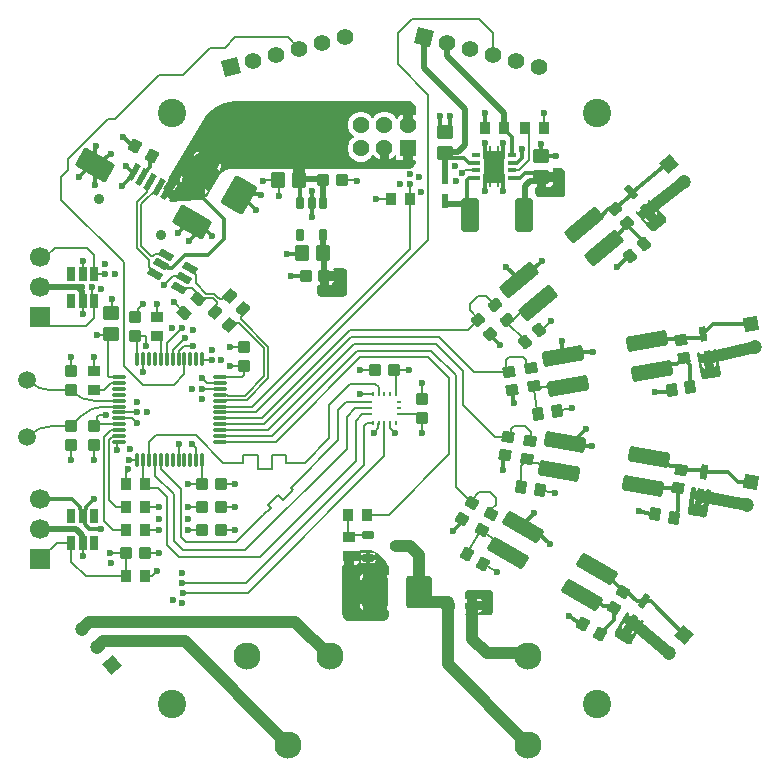
<source format=gtl>
G04*
G04 #@! TF.GenerationSoftware,Altium Limited,Altium Designer,23.0.1 (38)*
G04*
G04 Layer_Physical_Order=1*
G04 Layer_Color=16776960*
%FSLAX43Y43*%
%MOMM*%
G71*
G04*
G04 #@! TF.SameCoordinates,849B8B9A-CF0B-4B68-86F2-F378DEA603F9*
G04*
G04*
G04 #@! TF.FilePolarity,Positive*
G04*
G01*
G75*
%ADD10C,0.200*%
G04:AMPARAMS|DCode=78|XSize=0.92mm|YSize=1.08mm|CornerRadius=0.115mm|HoleSize=0mm|Usage=FLASHONLY|Rotation=46.000|XOffset=0mm|YOffset=0mm|HoleType=Round|Shape=RoundedRectangle|*
%AMROUNDEDRECTD78*
21,1,0.920,0.850,0,0,46.0*
21,1,0.690,1.080,0,0,46.0*
1,1,0.230,0.545,-0.047*
1,1,0.230,0.066,-0.543*
1,1,0.230,-0.545,0.047*
1,1,0.230,-0.066,0.543*
%
%ADD78ROUNDEDRECTD78*%
G04:AMPARAMS|DCode=79|XSize=0.63mm|YSize=1.24mm|CornerRadius=0.079mm|HoleSize=0mm|Usage=FLASHONLY|Rotation=240.000|XOffset=0mm|YOffset=0mm|HoleType=Round|Shape=RoundedRectangle|*
%AMROUNDEDRECTD79*
21,1,0.630,1.083,0,0,240.0*
21,1,0.472,1.240,0,0,240.0*
1,1,0.158,-0.587,0.066*
1,1,0.158,-0.351,0.475*
1,1,0.158,0.587,-0.066*
1,1,0.158,0.351,-0.475*
%
%ADD79ROUNDEDRECTD79*%
G04:AMPARAMS|DCode=80|XSize=0.94mm|YSize=1.03mm|CornerRadius=0.118mm|HoleSize=0mm|Usage=FLASHONLY|Rotation=0.000|XOffset=0mm|YOffset=0mm|HoleType=Round|Shape=RoundedRectangle|*
%AMROUNDEDRECTD80*
21,1,0.940,0.795,0,0,0.0*
21,1,0.705,1.030,0,0,0.0*
1,1,0.235,0.353,-0.398*
1,1,0.235,-0.353,-0.398*
1,1,0.235,-0.353,0.398*
1,1,0.235,0.353,0.398*
%
%ADD80ROUNDEDRECTD80*%
G04:AMPARAMS|DCode=81|XSize=1.4mm|YSize=1.15mm|CornerRadius=0.144mm|HoleSize=0mm|Usage=FLASHONLY|Rotation=90.000|XOffset=0mm|YOffset=0mm|HoleType=Round|Shape=RoundedRectangle|*
%AMROUNDEDRECTD81*
21,1,1.400,0.863,0,0,90.0*
21,1,1.113,1.150,0,0,90.0*
1,1,0.288,0.431,0.556*
1,1,0.288,0.431,-0.556*
1,1,0.288,-0.431,-0.556*
1,1,0.288,-0.431,0.556*
%
%ADD81ROUNDEDRECTD81*%
G04:AMPARAMS|DCode=82|XSize=0.92mm|YSize=1.08mm|CornerRadius=0.115mm|HoleSize=0mm|Usage=FLASHONLY|Rotation=180.000|XOffset=0mm|YOffset=0mm|HoleType=Round|Shape=RoundedRectangle|*
%AMROUNDEDRECTD82*
21,1,0.920,0.850,0,0,180.0*
21,1,0.690,1.080,0,0,180.0*
1,1,0.230,-0.345,0.425*
1,1,0.230,0.345,0.425*
1,1,0.230,0.345,-0.425*
1,1,0.230,-0.345,-0.425*
%
%ADD82ROUNDEDRECTD82*%
G04:AMPARAMS|DCode=83|XSize=0.92mm|YSize=1.08mm|CornerRadius=0.115mm|HoleSize=0mm|Usage=FLASHONLY|Rotation=270.000|XOffset=0mm|YOffset=0mm|HoleType=Round|Shape=RoundedRectangle|*
%AMROUNDEDRECTD83*
21,1,0.920,0.850,0,0,270.0*
21,1,0.690,1.080,0,0,270.0*
1,1,0.230,-0.425,-0.345*
1,1,0.230,-0.425,0.345*
1,1,0.230,0.425,0.345*
1,1,0.230,0.425,-0.345*
%
%ADD83ROUNDEDRECTD83*%
G04:AMPARAMS|DCode=84|XSize=1.26mm|YSize=0.58mm|CornerRadius=0.072mm|HoleSize=0mm|Usage=FLASHONLY|Rotation=0.000|XOffset=0mm|YOffset=0mm|HoleType=Round|Shape=RoundedRectangle|*
%AMROUNDEDRECTD84*
21,1,1.260,0.435,0,0,0.0*
21,1,1.115,0.580,0,0,0.0*
1,1,0.145,0.558,-0.217*
1,1,0.145,-0.558,-0.217*
1,1,0.145,-0.558,0.217*
1,1,0.145,0.558,0.217*
%
%ADD84ROUNDEDRECTD84*%
G04:AMPARAMS|DCode=85|XSize=2.743mm|YSize=2.159mm|CornerRadius=0.27mm|HoleSize=0mm|Usage=FLASHONLY|Rotation=270.000|XOffset=0mm|YOffset=0mm|HoleType=Round|Shape=RoundedRectangle|*
%AMROUNDEDRECTD85*
21,1,2.743,1.619,0,0,270.0*
21,1,2.203,2.159,0,0,270.0*
1,1,0.540,-0.810,-1.102*
1,1,0.540,-0.810,1.102*
1,1,0.540,0.810,1.102*
1,1,0.540,0.810,-1.102*
%
%ADD85ROUNDEDRECTD85*%
G04:AMPARAMS|DCode=86|XSize=0.6mm|YSize=1mm|CornerRadius=0.075mm|HoleSize=0mm|Usage=FLASHONLY|Rotation=90.000|XOffset=0mm|YOffset=0mm|HoleType=Round|Shape=RoundedRectangle|*
%AMROUNDEDRECTD86*
21,1,0.600,0.850,0,0,90.0*
21,1,0.450,1.000,0,0,90.0*
1,1,0.150,0.425,0.225*
1,1,0.150,0.425,-0.225*
1,1,0.150,-0.425,-0.225*
1,1,0.150,-0.425,0.225*
%
%ADD86ROUNDEDRECTD86*%
G04:AMPARAMS|DCode=87|XSize=0.92mm|YSize=1.08mm|CornerRadius=0.115mm|HoleSize=0mm|Usage=FLASHONLY|Rotation=150.000|XOffset=0mm|YOffset=0mm|HoleType=Round|Shape=RoundedRectangle|*
%AMROUNDEDRECTD87*
21,1,0.920,0.850,0,0,150.0*
21,1,0.690,1.080,0,0,150.0*
1,1,0.230,-0.086,0.541*
1,1,0.230,0.511,0.196*
1,1,0.230,0.086,-0.541*
1,1,0.230,-0.511,-0.196*
%
%ADD87ROUNDEDRECTD87*%
G04:AMPARAMS|DCode=88|XSize=0.92mm|YSize=1.08mm|CornerRadius=0.115mm|HoleSize=0mm|Usage=FLASHONLY|Rotation=240.000|XOffset=0mm|YOffset=0mm|HoleType=Round|Shape=RoundedRectangle|*
%AMROUNDEDRECTD88*
21,1,0.920,0.850,0,0,240.0*
21,1,0.690,1.080,0,0,240.0*
1,1,0.230,-0.541,-0.086*
1,1,0.230,-0.196,0.511*
1,1,0.230,0.541,0.086*
1,1,0.230,0.196,-0.511*
%
%ADD88ROUNDEDRECTD88*%
G04:AMPARAMS|DCode=89|XSize=0.94mm|YSize=1.03mm|CornerRadius=0.118mm|HoleSize=0mm|Usage=FLASHONLY|Rotation=240.000|XOffset=0mm|YOffset=0mm|HoleType=Round|Shape=RoundedRectangle|*
%AMROUNDEDRECTD89*
21,1,0.940,0.795,0,0,240.0*
21,1,0.705,1.030,0,0,240.0*
1,1,0.235,-0.521,-0.107*
1,1,0.235,-0.168,0.504*
1,1,0.235,0.521,0.107*
1,1,0.235,0.168,-0.504*
%
%ADD89ROUNDEDRECTD89*%
G04:AMPARAMS|DCode=90|XSize=1.3mm|YSize=3.5mm|CornerRadius=0.163mm|HoleSize=0mm|Usage=FLASHONLY|Rotation=240.000|XOffset=0mm|YOffset=0mm|HoleType=Round|Shape=RoundedRectangle|*
%AMROUNDEDRECTD90*
21,1,1.300,3.175,0,0,240.0*
21,1,0.975,3.500,0,0,240.0*
1,1,0.325,-1.619,0.372*
1,1,0.325,-1.131,1.216*
1,1,0.325,1.619,-0.372*
1,1,0.325,1.131,-1.216*
%
%ADD90ROUNDEDRECTD90*%
G04:AMPARAMS|DCode=91|XSize=1.26mm|YSize=0.58mm|CornerRadius=0.072mm|HoleSize=0mm|Usage=FLASHONLY|Rotation=60.000|XOffset=0mm|YOffset=0mm|HoleType=Round|Shape=RoundedRectangle|*
%AMROUNDEDRECTD91*
21,1,1.260,0.435,0,0,60.0*
21,1,1.115,0.580,0,0,60.0*
1,1,0.145,0.467,0.374*
1,1,0.145,-0.090,-0.592*
1,1,0.145,-0.467,-0.374*
1,1,0.145,0.090,0.592*
%
%ADD91ROUNDEDRECTD91*%
G04:AMPARAMS|DCode=92|XSize=0.92mm|YSize=1.08mm|CornerRadius=0.115mm|HoleSize=0mm|Usage=FLASHONLY|Rotation=350.000|XOffset=0mm|YOffset=0mm|HoleType=Round|Shape=RoundedRectangle|*
%AMROUNDEDRECTD92*
21,1,0.920,0.850,0,0,350.0*
21,1,0.690,1.080,0,0,350.0*
1,1,0.230,0.266,-0.478*
1,1,0.230,-0.414,-0.359*
1,1,0.230,-0.266,0.478*
1,1,0.230,0.414,0.359*
%
%ADD92ROUNDEDRECTD92*%
G04:AMPARAMS|DCode=93|XSize=0.94mm|YSize=1.03mm|CornerRadius=0.118mm|HoleSize=0mm|Usage=FLASHONLY|Rotation=80.000|XOffset=0mm|YOffset=0mm|HoleType=Round|Shape=RoundedRectangle|*
%AMROUNDEDRECTD93*
21,1,0.940,0.795,0,0,80.0*
21,1,0.705,1.030,0,0,80.0*
1,1,0.235,0.453,0.278*
1,1,0.235,0.330,-0.416*
1,1,0.235,-0.453,-0.278*
1,1,0.235,-0.330,0.416*
%
%ADD93ROUNDEDRECTD93*%
G04:AMPARAMS|DCode=94|XSize=1.26mm|YSize=0.58mm|CornerRadius=0.072mm|HoleSize=0mm|Usage=FLASHONLY|Rotation=80.000|XOffset=0mm|YOffset=0mm|HoleType=Round|Shape=RoundedRectangle|*
%AMROUNDEDRECTD94*
21,1,1.260,0.435,0,0,80.0*
21,1,1.115,0.580,0,0,80.0*
1,1,0.145,0.311,0.511*
1,1,0.145,0.117,-0.587*
1,1,0.145,-0.311,-0.511*
1,1,0.145,-0.117,0.587*
%
%ADD94ROUNDEDRECTD94*%
G04:AMPARAMS|DCode=95|XSize=0.92mm|YSize=1.08mm|CornerRadius=0.115mm|HoleSize=0mm|Usage=FLASHONLY|Rotation=10.000|XOffset=0mm|YOffset=0mm|HoleType=Round|Shape=RoundedRectangle|*
%AMROUNDEDRECTD95*
21,1,0.920,0.850,0,0,10.0*
21,1,0.690,1.080,0,0,10.0*
1,1,0.230,0.414,-0.359*
1,1,0.230,-0.266,-0.478*
1,1,0.230,-0.414,0.359*
1,1,0.230,0.266,0.478*
%
%ADD95ROUNDEDRECTD95*%
G04:AMPARAMS|DCode=96|XSize=0.94mm|YSize=1.03mm|CornerRadius=0.118mm|HoleSize=0mm|Usage=FLASHONLY|Rotation=100.000|XOffset=0mm|YOffset=0mm|HoleType=Round|Shape=RoundedRectangle|*
%AMROUNDEDRECTD96*
21,1,0.940,0.795,0,0,100.0*
21,1,0.705,1.030,0,0,100.0*
1,1,0.235,0.330,0.416*
1,1,0.235,0.453,-0.278*
1,1,0.235,-0.330,-0.416*
1,1,0.235,-0.453,0.278*
%
%ADD96ROUNDEDRECTD96*%
G04:AMPARAMS|DCode=97|XSize=1.26mm|YSize=0.58mm|CornerRadius=0.072mm|HoleSize=0mm|Usage=FLASHONLY|Rotation=100.000|XOffset=0mm|YOffset=0mm|HoleType=Round|Shape=RoundedRectangle|*
%AMROUNDEDRECTD97*
21,1,1.260,0.435,0,0,100.0*
21,1,1.115,0.580,0,0,100.0*
1,1,0.145,0.117,0.587*
1,1,0.145,0.311,-0.511*
1,1,0.145,-0.117,-0.587*
1,1,0.145,-0.311,0.511*
%
%ADD97ROUNDEDRECTD97*%
G04:AMPARAMS|DCode=98|XSize=0.92mm|YSize=1.08mm|CornerRadius=0.115mm|HoleSize=0mm|Usage=FLASHONLY|Rotation=310.000|XOffset=0mm|YOffset=0mm|HoleType=Round|Shape=RoundedRectangle|*
%AMROUNDEDRECTD98*
21,1,0.920,0.850,0,0,310.0*
21,1,0.690,1.080,0,0,310.0*
1,1,0.230,-0.104,-0.537*
1,1,0.230,-0.547,-0.009*
1,1,0.230,0.104,0.537*
1,1,0.230,0.547,0.009*
%
%ADD98ROUNDEDRECTD98*%
G04:AMPARAMS|DCode=99|XSize=1.26mm|YSize=0.58mm|CornerRadius=0.072mm|HoleSize=0mm|Usage=FLASHONLY|Rotation=130.000|XOffset=0mm|YOffset=0mm|HoleType=Round|Shape=RoundedRectangle|*
%AMROUNDEDRECTD99*
21,1,1.260,0.435,0,0,130.0*
21,1,1.115,0.580,0,0,130.0*
1,1,0.145,-0.192,0.567*
1,1,0.145,0.525,-0.287*
1,1,0.145,0.192,-0.567*
1,1,0.145,-0.525,0.287*
%
%ADD99ROUNDEDRECTD99*%
G04:AMPARAMS|DCode=100|XSize=0.94mm|YSize=1.03mm|CornerRadius=0.118mm|HoleSize=0mm|Usage=FLASHONLY|Rotation=130.000|XOffset=0mm|YOffset=0mm|HoleType=Round|Shape=RoundedRectangle|*
%AMROUNDEDRECTD100*
21,1,0.940,0.795,0,0,130.0*
21,1,0.705,1.030,0,0,130.0*
1,1,0.235,0.078,0.526*
1,1,0.235,0.531,-0.015*
1,1,0.235,-0.078,-0.526*
1,1,0.235,-0.531,0.015*
%
%ADD100ROUNDEDRECTD100*%
G04:AMPARAMS|DCode=101|XSize=0.92mm|YSize=1.08mm|CornerRadius=0.115mm|HoleSize=0mm|Usage=FLASHONLY|Rotation=40.000|XOffset=0mm|YOffset=0mm|HoleType=Round|Shape=RoundedRectangle|*
%AMROUNDEDRECTD101*
21,1,0.920,0.850,0,0,40.0*
21,1,0.690,1.080,0,0,40.0*
1,1,0.230,0.537,-0.104*
1,1,0.230,0.009,-0.547*
1,1,0.230,-0.537,0.104*
1,1,0.230,-0.009,0.547*
%
%ADD101ROUNDEDRECTD101*%
G04:AMPARAMS|DCode=102|XSize=1.3mm|YSize=3.5mm|CornerRadius=0.163mm|HoleSize=0mm|Usage=FLASHONLY|Rotation=310.000|XOffset=0mm|YOffset=0mm|HoleType=Round|Shape=RoundedRectangle|*
%AMROUNDEDRECTD102*
21,1,1.300,3.175,0,0,310.0*
21,1,0.975,3.500,0,0,310.0*
1,1,0.325,-0.903,-1.394*
1,1,0.325,-1.529,-0.647*
1,1,0.325,0.903,1.394*
1,1,0.325,1.529,0.647*
%
%ADD102ROUNDEDRECTD102*%
G04:AMPARAMS|DCode=103|XSize=3mm|YSize=1.8mm|CornerRadius=0.225mm|HoleSize=0mm|Usage=FLASHONLY|Rotation=330.000|XOffset=0mm|YOffset=0mm|HoleType=Round|Shape=RoundedRectangle|*
%AMROUNDEDRECTD103*
21,1,3.000,1.350,0,0,330.0*
21,1,2.550,1.800,0,0,330.0*
1,1,0.450,0.767,-1.222*
1,1,0.450,-1.442,0.053*
1,1,0.450,-0.767,1.222*
1,1,0.450,1.442,-0.053*
%
%ADD103ROUNDEDRECTD103*%
G04:AMPARAMS|DCode=104|XSize=1.5mm|YSize=0.5mm|CornerRadius=0.063mm|HoleSize=0mm|Usage=FLASHONLY|Rotation=60.000|XOffset=0mm|YOffset=0mm|HoleType=Round|Shape=RoundedRectangle|*
%AMROUNDEDRECTD104*
21,1,1.500,0.375,0,0,60.0*
21,1,1.375,0.500,0,0,60.0*
1,1,0.125,0.506,0.502*
1,1,0.125,-0.181,-0.689*
1,1,0.125,-0.506,-0.502*
1,1,0.125,0.181,0.689*
%
%ADD104ROUNDEDRECTD104*%
G04:AMPARAMS|DCode=105|XSize=2.743mm|YSize=2.159mm|CornerRadius=0.27mm|HoleSize=0mm|Usage=FLASHONLY|Rotation=240.000|XOffset=0mm|YOffset=0mm|HoleType=Round|Shape=RoundedRectangle|*
%AMROUNDEDRECTD105*
21,1,2.743,1.619,0,0,240.0*
21,1,2.203,2.159,0,0,240.0*
1,1,0.540,-1.252,-0.549*
1,1,0.540,-0.150,1.359*
1,1,0.540,1.252,0.549*
1,1,0.540,0.150,-1.359*
%
%ADD105ROUNDEDRECTD105*%
G04:AMPARAMS|DCode=106|XSize=0.63mm|YSize=1.24mm|CornerRadius=0.079mm|HoleSize=0mm|Usage=FLASHONLY|Rotation=180.000|XOffset=0mm|YOffset=0mm|HoleType=Round|Shape=RoundedRectangle|*
%AMROUNDEDRECTD106*
21,1,0.630,1.083,0,0,180.0*
21,1,0.472,1.240,0,0,180.0*
1,1,0.158,-0.236,0.541*
1,1,0.158,0.236,0.541*
1,1,0.158,0.236,-0.541*
1,1,0.158,-0.236,-0.541*
%
%ADD106ROUNDEDRECTD106*%
G04:AMPARAMS|DCode=107|XSize=1.4mm|YSize=1.15mm|CornerRadius=0.144mm|HoleSize=0mm|Usage=FLASHONLY|Rotation=0.000|XOffset=0mm|YOffset=0mm|HoleType=Round|Shape=RoundedRectangle|*
%AMROUNDEDRECTD107*
21,1,1.400,0.863,0,0,0.0*
21,1,1.113,1.150,0,0,0.0*
1,1,0.288,0.556,-0.431*
1,1,0.288,-0.556,-0.431*
1,1,0.288,-0.556,0.431*
1,1,0.288,0.556,0.431*
%
%ADD107ROUNDEDRECTD107*%
G04:AMPARAMS|DCode=108|XSize=0.94mm|YSize=1.03mm|CornerRadius=0.118mm|HoleSize=0mm|Usage=FLASHONLY|Rotation=90.000|XOffset=0mm|YOffset=0mm|HoleType=Round|Shape=RoundedRectangle|*
%AMROUNDEDRECTD108*
21,1,0.940,0.795,0,0,90.0*
21,1,0.705,1.030,0,0,90.0*
1,1,0.235,0.398,0.353*
1,1,0.235,0.398,-0.353*
1,1,0.235,-0.398,-0.353*
1,1,0.235,-0.398,0.353*
%
%ADD108ROUNDEDRECTD108*%
G04:AMPARAMS|DCode=109|XSize=0.28mm|YSize=1.2mm|CornerRadius=0.07mm|HoleSize=0mm|Usage=FLASHONLY|Rotation=0.000|XOffset=0mm|YOffset=0mm|HoleType=Round|Shape=RoundedRectangle|*
%AMROUNDEDRECTD109*
21,1,0.280,1.060,0,0,0.0*
21,1,0.140,1.200,0,0,0.0*
1,1,0.140,0.070,-0.530*
1,1,0.140,-0.070,-0.530*
1,1,0.140,-0.070,0.530*
1,1,0.140,0.070,0.530*
%
%ADD109ROUNDEDRECTD109*%
G04:AMPARAMS|DCode=110|XSize=0.28mm|YSize=1.2mm|CornerRadius=0.07mm|HoleSize=0mm|Usage=FLASHONLY|Rotation=90.000|XOffset=0mm|YOffset=0mm|HoleType=Round|Shape=RoundedRectangle|*
%AMROUNDEDRECTD110*
21,1,0.280,1.060,0,0,90.0*
21,1,0.140,1.200,0,0,90.0*
1,1,0.140,0.530,0.070*
1,1,0.140,0.530,-0.070*
1,1,0.140,-0.530,-0.070*
1,1,0.140,-0.530,0.070*
%
%ADD110ROUNDEDRECTD110*%
G04:AMPARAMS|DCode=111|XSize=1.5mm|YSize=2.8mm|CornerRadius=0.188mm|HoleSize=0mm|Usage=FLASHONLY|Rotation=180.000|XOffset=0mm|YOffset=0mm|HoleType=Round|Shape=RoundedRectangle|*
%AMROUNDEDRECTD111*
21,1,1.500,2.425,0,0,180.0*
21,1,1.125,2.800,0,0,180.0*
1,1,0.375,-0.563,1.212*
1,1,0.375,0.563,1.212*
1,1,0.375,0.563,-1.212*
1,1,0.375,-0.563,-1.212*
%
%ADD111ROUNDEDRECTD111*%
%ADD112R,0.230X0.430*%
G04:AMPARAMS|DCode=113|XSize=0.74mm|YSize=0.32mm|CornerRadius=0.013mm|HoleSize=0mm|Usage=FLASHONLY|Rotation=180.000|XOffset=0mm|YOffset=0mm|HoleType=Round|Shape=RoundedRectangle|*
%AMROUNDEDRECTD113*
21,1,0.740,0.294,0,0,180.0*
21,1,0.714,0.320,0,0,180.0*
1,1,0.026,-0.357,0.147*
1,1,0.026,0.357,0.147*
1,1,0.026,0.357,-0.147*
1,1,0.026,-0.357,-0.147*
%
%ADD113ROUNDEDRECTD113*%
%ADD114R,1.800X2.740*%
G04:AMPARAMS|DCode=115|XSize=0.92mm|YSize=1.08mm|CornerRadius=0.115mm|HoleSize=0mm|Usage=FLASHONLY|Rotation=137.000|XOffset=0mm|YOffset=0mm|HoleType=Round|Shape=RoundedRectangle|*
%AMROUNDEDRECTD115*
21,1,0.920,0.850,0,0,137.0*
21,1,0.690,1.080,0,0,137.0*
1,1,0.230,0.038,0.546*
1,1,0.230,0.542,0.076*
1,1,0.230,-0.038,-0.546*
1,1,0.230,-0.542,-0.076*
%
%ADD115ROUNDEDRECTD115*%
%ADD116R,0.450X0.290*%
%ADD117R,0.290X0.450*%
G04:AMPARAMS|DCode=118|XSize=0.92mm|YSize=1.08mm|CornerRadius=0.115mm|HoleSize=0mm|Usage=FLASHONLY|Rotation=280.000|XOffset=0mm|YOffset=0mm|HoleType=Round|Shape=RoundedRectangle|*
%AMROUNDEDRECTD118*
21,1,0.920,0.850,0,0,280.0*
21,1,0.690,1.080,0,0,280.0*
1,1,0.230,-0.359,-0.414*
1,1,0.230,-0.478,0.266*
1,1,0.230,0.359,0.414*
1,1,0.230,0.478,-0.266*
%
%ADD118ROUNDEDRECTD118*%
G04:AMPARAMS|DCode=119|XSize=1.3mm|YSize=3.5mm|CornerRadius=0.163mm|HoleSize=0mm|Usage=FLASHONLY|Rotation=280.000|XOffset=0mm|YOffset=0mm|HoleType=Round|Shape=RoundedRectangle|*
%AMROUNDEDRECTD119*
21,1,1.300,3.175,0,0,280.0*
21,1,0.975,3.500,0,0,280.0*
1,1,0.325,-1.479,-0.756*
1,1,0.325,-1.648,0.204*
1,1,0.325,1.479,0.756*
1,1,0.325,1.648,-0.204*
%
%ADD119ROUNDEDRECTD119*%
G04:AMPARAMS|DCode=120|XSize=0.92mm|YSize=1.08mm|CornerRadius=0.115mm|HoleSize=0mm|Usage=FLASHONLY|Rotation=260.000|XOffset=0mm|YOffset=0mm|HoleType=Round|Shape=RoundedRectangle|*
%AMROUNDEDRECTD120*
21,1,0.920,0.850,0,0,260.0*
21,1,0.690,1.080,0,0,260.0*
1,1,0.230,-0.478,-0.266*
1,1,0.230,-0.359,0.414*
1,1,0.230,0.478,0.266*
1,1,0.230,0.359,-0.414*
%
%ADD120ROUNDEDRECTD120*%
G04:AMPARAMS|DCode=121|XSize=1.3mm|YSize=3.5mm|CornerRadius=0.163mm|HoleSize=0mm|Usage=FLASHONLY|Rotation=260.000|XOffset=0mm|YOffset=0mm|HoleType=Round|Shape=RoundedRectangle|*
%AMROUNDEDRECTD121*
21,1,1.300,3.175,0,0,260.0*
21,1,0.975,3.500,0,0,260.0*
1,1,0.325,-1.648,-0.204*
1,1,0.325,-1.479,0.756*
1,1,0.325,1.648,0.204*
1,1,0.325,1.479,-0.756*
%
%ADD121ROUNDEDRECTD121*%
G04:AMPARAMS|DCode=122|XSize=1mm|YSize=1.1mm|CornerRadius=0.125mm|HoleSize=0mm|Usage=FLASHONLY|Rotation=0.000|XOffset=0mm|YOffset=0mm|HoleType=Round|Shape=RoundedRectangle|*
%AMROUNDEDRECTD122*
21,1,1.000,0.850,0,0,0.0*
21,1,0.750,1.100,0,0,0.0*
1,1,0.250,0.375,-0.425*
1,1,0.250,-0.375,-0.425*
1,1,0.250,-0.375,0.425*
1,1,0.250,0.375,0.425*
%
%ADD122ROUNDEDRECTD122*%
G04:AMPARAMS|DCode=123|XSize=0.6mm|YSize=1.05mm|CornerRadius=0.075mm|HoleSize=0mm|Usage=FLASHONLY|Rotation=0.000|XOffset=0mm|YOffset=0mm|HoleType=Round|Shape=RoundedRectangle|*
%AMROUNDEDRECTD123*
21,1,0.600,0.900,0,0,0.0*
21,1,0.450,1.050,0,0,0.0*
1,1,0.150,0.225,-0.450*
1,1,0.150,-0.225,-0.450*
1,1,0.150,-0.225,0.450*
1,1,0.150,0.225,0.450*
%
%ADD123ROUNDEDRECTD123*%
G04:AMPARAMS|DCode=124|XSize=1.26mm|YSize=0.58mm|CornerRadius=0.072mm|HoleSize=0mm|Usage=FLASHONLY|Rotation=90.000|XOffset=0mm|YOffset=0mm|HoleType=Round|Shape=RoundedRectangle|*
%AMROUNDEDRECTD124*
21,1,1.260,0.435,0,0,90.0*
21,1,1.115,0.580,0,0,90.0*
1,1,0.145,0.217,0.558*
1,1,0.145,0.217,-0.558*
1,1,0.145,-0.217,-0.558*
1,1,0.145,-0.217,0.558*
%
%ADD124ROUNDEDRECTD124*%
%ADD125C,0.202*%
%ADD126C,1.000*%
%ADD127C,0.300*%
%ADD128C,0.500*%
%ADD129C,0.190*%
%ADD130C,2.300*%
%ADD131C,1.700*%
%ADD132R,1.700X1.700*%
%ADD133C,1.400*%
%ADD134P,1.980X4X60.0*%
%ADD135C,1.200*%
%ADD136P,1.697X4X275.0*%
%ADD137C,0.900*%
%ADD138P,1.980X4X390.0*%
%ADD139P,1.697X4X175.0*%
%ADD140P,1.697X4X354.0*%
%ADD141C,1.428*%
%ADD142R,1.428X1.428*%
%ADD143C,2.400*%
%ADD144P,1.697X4X325.0*%
%ADD145P,1.697X4X305.0*%
%ADD146C,1.500*%
%ADD147C,0.600*%
G36*
X-954Y-12042D02*
X-754Y-12125D01*
X-589Y-12235D01*
X-498Y-12321D01*
X-498D01*
X126Y-12945D01*
X259Y-13144D01*
X350Y-13365D01*
X397Y-13600D01*
X397Y-13720D01*
X397D01*
X397Y-13720D01*
Y-14019D01*
X270Y-14087D01*
X192Y-14035D01*
Y-15575D01*
Y-17115D01*
X270Y-17063D01*
X397Y-17131D01*
Y-17448D01*
X397Y-17567D01*
X305Y-17789D01*
X136Y-17958D01*
X-86Y-18050D01*
X-205Y-18050D01*
X-205Y-18050D01*
X-205Y-18050D01*
Y-18050D01*
X-2850Y-18050D01*
X-2921Y-18050D01*
X-3059Y-18022D01*
X-3189Y-17968D01*
X-3307Y-17890D01*
X-3406Y-17790D01*
X-3485Y-17673D01*
X-3539Y-17543D01*
X-3566Y-17404D01*
X-3566Y-17334D01*
X-3566Y-17334D01*
Y-13340D01*
X-3468Y-13260D01*
X-3425Y-13268D01*
X-3400D01*
Y-12500D01*
X-3000D01*
Y-12100D01*
X-2163D01*
X-2163Y-12098D01*
X-2083Y-12000D01*
X-1274Y-12000D01*
X-1166Y-12000D01*
X-954Y-12042D01*
D02*
G37*
G36*
X8825Y-15350D02*
X8897Y-15350D01*
X9029Y-15405D01*
X9131Y-15507D01*
X9167Y-15593D01*
X9186Y-15711D01*
D01*
X9186Y-15829D01*
X9186Y-17214D01*
X9186Y-17279D01*
X9137Y-17398D01*
X9045Y-17489D01*
X8926Y-17539D01*
X8861Y-17539D01*
X6845D01*
X6845Y-17397D01*
X6935Y-17307D01*
X7003D01*
Y-16710D01*
Y-16113D01*
X6845D01*
X6845Y-16113D01*
X6845Y-15610D01*
X6894Y-15491D01*
X6986Y-15399D01*
X7105Y-15350D01*
X7170D01*
X7170Y-15350D01*
X8825Y-15350D01*
D02*
G37*
G36*
X1975Y26025D02*
X2046Y26025D01*
X2186Y25997D01*
X2318Y25942D01*
X2437Y25863D01*
X2538Y25762D01*
X2617Y25643D01*
X2672Y25511D01*
X2691Y25418D01*
X2700Y25300D01*
Y25300D01*
X2700Y25300D01*
X2700Y25300D01*
Y24903D01*
X2573Y24840D01*
X2400Y24940D01*
Y24000D01*
X1600D01*
Y24940D01*
X1377Y24811D01*
X1189Y24622D01*
X1131Y24523D01*
X984D01*
X891Y24684D01*
X684Y24891D01*
X430Y25038D01*
X147Y25114D01*
X-147D01*
X-430Y25038D01*
X-684Y24891D01*
X-891Y24684D01*
X-936Y24606D01*
X-1063D01*
X-1109Y24684D01*
X-1316Y24891D01*
X-1570Y25038D01*
X-1853Y25114D01*
X-2147D01*
X-2430Y25038D01*
X-2684Y24891D01*
X-2891Y24684D01*
X-3038Y24430D01*
X-3114Y24147D01*
Y23853D01*
X-3038Y23570D01*
X-2891Y23316D01*
X-2684Y23109D01*
X-2606Y23063D01*
Y22937D01*
X-2684Y22891D01*
X-2891Y22684D01*
X-3038Y22430D01*
X-3114Y22147D01*
Y21853D01*
X-3038Y21570D01*
X-2891Y21316D01*
X-2684Y21109D01*
X-2430Y20962D01*
X-2147Y20886D01*
X-1853D01*
X-1570Y20962D01*
X-1316Y21109D01*
X-1109Y21316D01*
X-1016Y21477D01*
X-869D01*
X-811Y21377D01*
X-623Y21188D01*
X-400Y21060D01*
Y22000D01*
X400D01*
Y21060D01*
X623Y21188D01*
X811Y21377D01*
X859Y21460D01*
X986Y21426D01*
Y20986D01*
X1600D01*
Y22000D01*
X2400D01*
Y20986D01*
X2612D01*
X2691Y20859D01*
X2673Y20771D01*
X2620Y20643D01*
X2544Y20529D01*
X2446Y20431D01*
X2332Y20355D01*
X2204Y20302D01*
X2188Y20299D01*
X2117D01*
X2076Y20299D01*
X2000Y20275D01*
X-6624Y20275D01*
X-6794Y20309D01*
X-7656D01*
X-7826Y20275D01*
X-12927Y20275D01*
X-13084Y20265D01*
X-13388Y20185D01*
X-13661Y20030D01*
X-13886Y19810D01*
X-13976Y19680D01*
X-13976Y19680D01*
X-13976Y19680D01*
X-13976Y19680D01*
X-14860Y18202D01*
X-14930Y18084D01*
X-15121Y17890D01*
X-15353Y17747D01*
X-15613Y17663D01*
X-15749Y17652D01*
X-15749Y17652D01*
Y17652D01*
X-18166Y17472D01*
X-18242Y17594D01*
X-18150Y17753D01*
X-18632Y18032D01*
X-18432Y18378D01*
X-18731Y18550D01*
X-18387Y19146D01*
X-18354Y19245D01*
X-18358Y19307D01*
X-18227Y19534D01*
X-18236Y19549D01*
X-15274Y24479D01*
X-15168Y24655D01*
X-14913Y24978D01*
X-14619Y25264D01*
X-14290Y25511D01*
X-13932Y25713D01*
X-13552Y25868D01*
X-13155Y25972D01*
X-12747Y26025D01*
X-12542Y26025D01*
X-12542Y26025D01*
X1975Y26025D01*
D02*
G37*
G36*
X-3580Y11883D02*
X-3580Y11883D01*
X-3580D01*
X-3464Y11871D01*
X-3326Y11814D01*
X-3199Y11688D01*
X-3130Y11522D01*
X-3130Y11433D01*
X-3130Y9883D01*
X-3130Y9883D01*
X-3130Y9788D01*
X-3203Y9614D01*
X-3336Y9480D01*
X-3511Y9408D01*
X-5280D01*
X-5364Y9408D01*
X-5521Y9472D01*
X-5641Y9592D01*
X-5706Y9748D01*
X-5706Y9833D01*
X-5708Y10370D01*
X-5611Y10422D01*
X-5581Y10425D01*
X-5476Y10404D01*
Y11218D01*
X-5076D01*
Y11618D01*
X-4298D01*
X-4325Y11756D01*
X-4259Y11883D01*
X-3580D01*
X-3580Y11883D01*
D02*
G37*
G36*
X20689Y-17312D02*
X20698Y-17382D01*
X20647Y-17472D01*
X21164Y-17770D01*
X21681Y-18069D01*
X21760Y-17932D01*
X21848Y-17899D01*
X21990Y-17981D01*
X20971Y-19820D01*
X20942Y-19874D01*
X20845Y-19950D01*
X20726Y-19982D01*
X20605Y-19965D01*
X20552Y-19933D01*
X20552D01*
X19616Y-19375D01*
X19539Y-19274D01*
X19506Y-19151D01*
X19514Y-19086D01*
X19552Y-18970D01*
X19552Y-18970D01*
X19552Y-18970D01*
X19552Y-18969D01*
X20474Y-17313D01*
X20631Y-17274D01*
X20689Y-17312D01*
D02*
G37*
G36*
X26314Y-6687D02*
X26388Y-6829D01*
X26344Y-7074D01*
X26759Y-7148D01*
X27174Y-7221D01*
X27226Y-6922D01*
X27297Y-6861D01*
X27633Y-6920D01*
X27295Y-9057D01*
X27230Y-9161D01*
X27130Y-9231D01*
X27010Y-9257D01*
X26949Y-9246D01*
X26949Y-9246D01*
X25878Y-9041D01*
X25772Y-8972D01*
X25699Y-8868D01*
X25685Y-8807D01*
X25680Y-8682D01*
X25680Y-8682D01*
X25680Y-8682D01*
X25680Y-8682D01*
X25994Y-6723D01*
X26097Y-6649D01*
X26314Y-6687D01*
D02*
G37*
G36*
X28459Y2993D02*
X28471Y2933D01*
X28445Y2813D01*
X28375Y2712D01*
X28320Y2678D01*
X28210Y2637D01*
X28210Y2637D01*
X28210Y2637D01*
X27134Y2463D01*
X27010Y2491D01*
X26906Y2564D01*
X26871Y2618D01*
X26825Y2733D01*
X26825Y2733D01*
X26825Y2733D01*
X26825D01*
X26466Y4594D01*
X26561Y4725D01*
X26630Y4733D01*
X26682Y4685D01*
X26700Y4584D01*
X27288Y4687D01*
X27877Y4791D01*
X27849Y4946D01*
X27895Y5028D01*
X28057Y5057D01*
X28459Y2993D01*
D02*
G37*
G36*
X14875Y20325D02*
X14875Y20325D01*
X14875D01*
X14992Y20314D01*
X15130Y20256D01*
X15256Y20130D01*
X15325Y19965D01*
X15325Y19875D01*
X15325Y18325D01*
X15325Y18325D01*
X15325Y18231D01*
X15253Y18056D01*
X15119Y17922D01*
X14944Y17850D01*
X13176D01*
X13091Y17850D01*
X12935Y17915D01*
X12815Y18034D01*
X12750Y18190D01*
X12748Y18611D01*
X12838Y18701D01*
X12885D01*
Y19585D01*
X13285D01*
Y19985D01*
X14294D01*
Y20016D01*
X14259Y20189D01*
X14243Y20213D01*
X14303Y20325D01*
X14875D01*
X14875Y20325D01*
D02*
G37*
G36*
X23835Y16089D02*
X23873Y15972D01*
X23863Y15850D01*
X23835Y15798D01*
X23758Y15703D01*
X23758Y15703D01*
X23758Y15703D01*
X23758Y15703D01*
X22913Y15014D01*
X22792Y14976D01*
X22665Y14987D01*
X22552Y15045D01*
X21269Y16525D01*
X21286Y16686D01*
X21342Y16728D01*
X21411Y16712D01*
X21477Y16633D01*
X21935Y17017D01*
X22392Y17401D01*
X22291Y17522D01*
X22290Y17616D01*
X22415Y17721D01*
X23835Y16089D01*
D02*
G37*
%LPC*%
G36*
X-962Y-12219D02*
X-1196D01*
Y-12460D01*
X-756D01*
Y-12425D01*
X-772Y-12346D01*
X-816Y-12279D01*
X-883Y-12235D01*
X-962Y-12219D01*
D02*
G37*
G36*
X-1577D02*
X-1812D01*
X-1891Y-12235D01*
X-1958Y-12279D01*
X-2002Y-12346D01*
X-2018Y-12425D01*
Y-12460D01*
X-1577D01*
Y-12219D01*
D02*
G37*
G36*
X-756Y-12840D02*
X-1196D01*
Y-13081D01*
X-962D01*
X-883Y-13065D01*
X-816Y-13021D01*
X-772Y-12954D01*
X-756Y-12875D01*
Y-12840D01*
D02*
G37*
G36*
X-1577D02*
X-2018D01*
Y-12875D01*
X-2002Y-12954D01*
X-1958Y-13021D01*
X-1891Y-13065D01*
X-1812Y-13081D01*
X-1577D01*
Y-12840D01*
D02*
G37*
G36*
X-2163Y-12900D02*
X-2600D01*
Y-13268D01*
X-2575D01*
X-2413Y-13236D01*
X-2276Y-13144D01*
X-2184Y-13007D01*
X-2163Y-12900D01*
D02*
G37*
G36*
X-1808Y-14035D02*
X-1956Y-14135D01*
X-2060Y-14290D01*
X-2096Y-14473D01*
Y-14575D01*
X-1808D01*
Y-14035D01*
D02*
G37*
G36*
Y-16575D02*
X-2096D01*
Y-16677D01*
X-2060Y-16860D01*
X-1956Y-17015D01*
X-1808Y-17115D01*
Y-16575D01*
D02*
G37*
G36*
X7960Y-16113D02*
X7803D01*
Y-16310D01*
X8286D01*
X8229Y-16224D01*
X8105Y-16142D01*
X7960Y-16113D01*
D02*
G37*
G36*
X8286Y-17110D02*
X7803D01*
Y-17307D01*
X7960D01*
X8105Y-17278D01*
X8229Y-17196D01*
X8286Y-17110D01*
D02*
G37*
G36*
X-15677Y21738D02*
X-15855Y21727D01*
X-16022Y21644D01*
X-16146Y21503D01*
X-16196Y21415D01*
X-15946Y21271D01*
X-15677Y21738D01*
D02*
G37*
G36*
X-13945Y20738D02*
X-14214Y20271D01*
X-13964Y20127D01*
X-13914Y20215D01*
X-13853Y20392D01*
X-13866Y20578D01*
X-13945Y20738D01*
D02*
G37*
G36*
X-17196Y19683D02*
X-17247Y19595D01*
X-17307Y19418D01*
X-17295Y19232D01*
X-17216Y19072D01*
X-16946Y19539D01*
X-17196Y19683D01*
D02*
G37*
G36*
X-17595Y19028D02*
X-17886Y18524D01*
X-17750Y18446D01*
X-17606Y18695D01*
X-17560Y18831D01*
X-17569Y18975D01*
X-17595Y19028D01*
D02*
G37*
G36*
X-15214Y18539D02*
X-15484Y18072D01*
X-15306Y18083D01*
X-15138Y18166D01*
X-15015Y18307D01*
X-14964Y18395D01*
X-15214Y18539D01*
D02*
G37*
G36*
X-4298Y10818D02*
X-4676D01*
Y10404D01*
X-4560Y10427D01*
X-4422Y10519D01*
X-4330Y10657D01*
X-4298Y10818D01*
D02*
G37*
G36*
X20247Y-18164D02*
X20168Y-18301D01*
X20120Y-18441D01*
X20130Y-18589D01*
X20176Y-18682D01*
X20417Y-18263D01*
X20247Y-18164D01*
D02*
G37*
G36*
X21110Y-18663D02*
X20868Y-19082D01*
X20972Y-19075D01*
X21105Y-19009D01*
X21202Y-18898D01*
X21281Y-18762D01*
X21110Y-18663D01*
D02*
G37*
G36*
X26256Y-7575D02*
X26204Y-7874D01*
X26205Y-7953D01*
X26237Y-8026D01*
X26295Y-8081D01*
X26334Y-8096D01*
X26421Y-7604D01*
X26256Y-7575D01*
D02*
G37*
G36*
X26921Y-7692D02*
X26834Y-8184D01*
X26876Y-8183D01*
X26949Y-8151D01*
X27004Y-8094D01*
X27033Y-8020D01*
X27085Y-7721D01*
X26921Y-7692D01*
D02*
G37*
G36*
X28016Y4003D02*
X27821Y3969D01*
X27905Y3493D01*
X27980Y3564D01*
X28040Y3700D01*
X28043Y3848D01*
X28016Y4003D01*
D02*
G37*
G36*
X27033Y3830D02*
X26839Y3796D01*
X26867Y3641D01*
X26920Y3503D01*
X27023Y3396D01*
X27117Y3354D01*
X27033Y3830D01*
D02*
G37*
G36*
X14294Y19185D02*
X13685D01*
Y18701D01*
X13841D01*
X14014Y18736D01*
X14161Y18834D01*
X14259Y18980D01*
X14294Y19154D01*
Y19185D01*
D02*
G37*
G36*
X22906Y16789D02*
X22755Y16662D01*
X23066Y16291D01*
X23095Y16391D01*
X23079Y16538D01*
X23008Y16668D01*
X22906Y16789D01*
D02*
G37*
G36*
X22142Y16147D02*
X21991Y16021D01*
X22093Y15900D01*
X22208Y15807D01*
X22350Y15766D01*
X22453Y15777D01*
X22142Y16147D01*
D02*
G37*
%LPD*%
D10*
X-30059Y2268D02*
G03*
X-28263Y1524I1796J1796D01*
G01*
X-23786Y149D02*
G03*
X-25582Y-595I0J-2540D01*
G01*
X-26394Y1393D02*
G03*
X-24598Y649I1796J1796D01*
G01*
X-28265Y-1538D02*
G03*
X-30061Y-2282I0J-2540D01*
G01*
X-10283Y-9073D02*
X-9637Y-8427D01*
X-9842Y-8222D02*
X-9637Y-8427D01*
X-9842Y-8222D02*
X-8982Y-7362D01*
X-8562Y-7782D01*
X-7702Y-6922D01*
X-7917Y-6707D02*
X-7702Y-6922D01*
X-7917Y-6707D02*
X-7847Y-6636D01*
X-17850Y8975D02*
X-16984Y8109D01*
Y7982D02*
Y8109D01*
X-13932Y2649D02*
X-12036D01*
X-11874Y2811D02*
Y3561D01*
X-12036Y2649D02*
X-11874Y2811D01*
X-11928Y5214D02*
X-11874Y5161D01*
X-13089Y5214D02*
X-11928D01*
X-13066Y3549D02*
X-11926D01*
X-15392Y4100D02*
X-14600D01*
X-15432Y4140D02*
Y4149D01*
X-30225Y2434D02*
X-30059Y2268D01*
X-28263Y1524D02*
X-26525D01*
X-22613Y-2891D02*
X-22573Y-2851D01*
X-22613Y-3552D02*
Y-2891D01*
X-21887Y-12264D02*
X-21882Y-12258D01*
X-22573Y-2851D02*
X-22432D01*
X-23213Y-12264D02*
X-21887D01*
X-23095Y-2391D02*
X-22472D01*
X-23362Y-7738D02*
Y-2658D01*
Y-7738D02*
X-22753Y-8347D01*
X-23362Y-2658D02*
X-23095Y-2391D01*
X-23741Y-2402D02*
X-23189Y-1850D01*
X-23741Y-9575D02*
X-23007Y-10310D01*
X-23741Y-9575D02*
Y-2402D01*
X-24127Y-539D02*
X-23556D01*
X-24360Y-772D02*
X-24127Y-539D01*
X-24360Y-1351D02*
Y-772D01*
Y-1369D02*
Y-1351D01*
X9610Y21589D02*
Y22020D01*
Y21589D02*
X9626Y21573D01*
X8960Y21622D02*
X8962Y21620D01*
X8960Y21622D02*
Y22020D01*
X9601Y19286D02*
X9610Y19277D01*
Y18900D02*
Y19277D01*
X8948Y19322D02*
X8960Y19310D01*
Y18900D02*
Y19310D01*
X-10206Y19300D02*
X-8975D01*
X-8975Y19300D02*
X-8900Y19225D01*
Y18000D02*
Y19225D01*
X-15432Y4140D02*
X-15392Y4100D01*
X-16932Y5300D02*
X-16200D01*
X-17392Y4840D02*
X-16932Y5300D01*
X-18432Y5514D02*
X-17162Y6783D01*
X-17932Y4912D02*
X-16865Y5979D01*
X-17932Y4149D02*
Y4912D01*
X-18432Y4149D02*
Y5514D01*
X-17392Y4189D02*
Y4840D01*
X-17432Y4149D02*
X-17392Y4189D01*
X-17825Y1975D02*
X-16932Y2868D01*
X-22051Y3557D02*
X-20469Y1975D01*
X-17825D01*
X-27368Y17668D02*
Y19572D01*
X-26795Y20145D02*
Y21125D01*
X-27368Y19572D02*
X-26795Y20145D01*
Y21125D02*
X-23431Y24489D01*
X-19077Y28229D02*
X-17076D01*
X-14758Y30547D01*
X-13535D01*
X-22817Y24489D02*
X-19077Y28229D01*
X-13535Y30547D02*
X-12682Y31400D01*
X-8206D02*
X-7229Y30423D01*
X-12682Y31400D02*
X-8206D01*
X-23431Y24489D02*
X-22817D01*
X-27368Y17668D02*
X-22051Y12351D01*
Y3557D02*
Y12351D01*
X-23400Y2766D02*
X-23283Y2649D01*
X-23400Y6029D02*
X-23135Y6294D01*
X-23283Y2649D02*
X-22432D01*
X-23400Y2766D02*
Y6029D01*
X-24329Y6239D02*
X-23170D01*
X-23138Y6271D01*
X-23101Y8078D02*
Y9258D01*
X-23135Y8044D02*
X-23101Y8078D01*
X-20289Y6144D02*
X-20172Y6027D01*
X-21132Y6144D02*
X-20289D01*
X-20172Y5302D02*
Y6027D01*
X-21029Y6040D02*
X-20932Y5944D01*
X-21132Y6144D02*
X-21029Y6040D01*
X-20932Y4149D02*
Y5944D01*
X-20435Y3048D02*
X-20434Y3050D01*
Y4147D02*
X-20432Y4149D01*
X-20434Y3050D02*
Y4147D01*
X-16932Y2868D02*
Y4149D01*
X-3600Y19300D02*
X-2369D01*
X13500Y23750D02*
Y24975D01*
X13477Y23727D02*
X13500Y23750D01*
X10806Y20134D02*
X11353D01*
X12244Y21025D02*
Y23170D01*
X11353Y20134D02*
X12244Y21025D01*
X10805Y20135D02*
X10806Y20134D01*
X12228Y23186D02*
Y23377D01*
Y23186D02*
X12244Y23170D01*
X11877Y23727D02*
X12228Y23377D01*
X-24786Y9276D02*
X-24600Y9090D01*
X-24786Y9276D02*
Y10250D01*
X-21132Y7744D02*
X-20852Y8024D01*
Y8397D01*
X-20404Y8845D01*
X-24511Y11376D02*
X-23647D01*
X-24600Y11465D02*
X-24511Y11376D01*
X-19241Y7732D02*
X-19241Y7732D01*
Y8847D01*
X-18932Y4149D02*
Y5923D01*
X-19141Y6132D02*
X-18932Y5923D01*
X-12560Y-11350D02*
X-10283Y-9073D01*
X-7847Y-6636D02*
X-3925Y-2715D01*
Y-175D01*
X-16778Y-11350D02*
X-12560D01*
X-3200Y-3440D02*
Y-701D01*
X-17077Y-12004D02*
X-11764D01*
X-3200Y-3440D01*
X-8312Y-4600D02*
X-7888D01*
X-8312D02*
Y-3914D01*
X-9528D02*
X-8312D01*
X-9528Y-5135D02*
Y-3914D01*
X-10744Y-5135D02*
X-9528D01*
X-10744D02*
Y-3914D01*
X-11960D02*
X-10744D01*
X-11960Y-4600D02*
Y-3914D01*
X-12060Y-4600D02*
X-11960D01*
X-7888D02*
X-6752D01*
X-10534Y-12611D02*
X-2421Y-4498D01*
X-17364Y-12611D02*
X-10534D01*
X-2421Y-4498D02*
Y-1043D01*
X-13691Y-4600D02*
X-12060D01*
X-6752D02*
X-4696Y-2544D01*
X-19432Y-5701D02*
X-17855Y-7278D01*
Y-11225D02*
Y-7278D01*
Y-11225D02*
X-17077Y-12004D01*
X-19137Y-6738D02*
X-18400Y-7475D01*
Y-11575D02*
Y-7475D01*
X-19432Y-5701D02*
Y-4351D01*
X-19941Y-6738D02*
X-19137D01*
X-17099Y-14760D02*
X-11723D01*
X-17080Y-15674D02*
X-17006Y-15600D01*
X-11531D01*
X-11723Y-14760D02*
X-1750Y-4787D01*
X-20294Y-14194D02*
X-20280Y-14180D01*
X-19651D02*
X-19254Y-13782D01*
X-20280Y-14180D02*
X-19651D01*
X-21714Y-5262D02*
Y-5175D01*
X-21894Y-5442D02*
X-21714Y-5262D01*
X-21894Y-6384D02*
Y-5442D01*
X-13848Y-6406D02*
X-13845Y-6409D01*
X-18400Y-11575D02*
X-17364Y-12611D01*
X-11531Y-15600D02*
X-1Y-4070D01*
X-1750Y-4787D02*
Y-1494D01*
X-1Y-4070D02*
Y-1225D01*
X-21664Y-4347D02*
X-20936Y-4347D01*
X-22472Y-2391D02*
X-22432Y-2351D01*
X-13932Y-851D02*
X-10401D01*
X-2903Y6647D01*
X-24360Y-1351D02*
X-22432D01*
X-24378D02*
X-24360D01*
X-2903Y6647D02*
X7087D01*
X7927Y7487D01*
Y7580D02*
X7927D01*
X7927Y7487D02*
X7927D01*
X4644Y6029D02*
X7563Y3110D01*
X-2799Y6029D02*
X4644D01*
X-10179Y-1351D02*
X-2799Y6029D01*
X-13932Y-1351D02*
X-10179D01*
X-2575Y5425D02*
X4350D01*
X-9851Y-1851D02*
X-2575Y5425D01*
X-13932Y-1851D02*
X-9851D01*
X-2296Y4879D02*
X3948D01*
X-13932Y-2351D02*
X-9527D01*
X-2296Y4879D01*
X-8419Y-2064D02*
X-2036Y4319D01*
X-681Y17719D02*
X550D01*
X4350Y5425D02*
X6650Y3125D01*
X7563Y3110D02*
X10520D01*
X6050Y-6652D02*
Y2777D01*
X3948Y4879D02*
X6050Y2777D01*
X6650Y300D02*
Y3125D01*
Y300D02*
X9370Y-2420D01*
X10476D01*
X-2036Y4319D02*
X3681D01*
X5475Y2525D01*
X7392Y-7994D02*
X7392D01*
X6050Y-6652D02*
X7392Y-7994D01*
X5475Y-3875D02*
Y2525D01*
X350Y-9000D02*
X5475Y-3875D01*
X-1450Y-9000D02*
X350D01*
X-4696Y-2544D02*
Y279D01*
X-2913Y2062D01*
X-762D01*
X-2421Y-1043D02*
X-1878Y-500D01*
X-1226D01*
X-3925Y-175D02*
X-3250Y500D01*
X-1226D01*
X-507Y-1707D02*
Y-1231D01*
X-900Y-2100D02*
X-507Y-1707D01*
X499Y-1701D02*
X892Y-2094D01*
X499Y-1701D02*
Y-1225D01*
X-1750Y-1494D02*
X-1501Y-1245D01*
X-1021D01*
X-1001Y-1225D01*
X-3200Y-701D02*
X-2499Y0D01*
X-1261D01*
X-20294Y-8347D02*
X-20289Y-8352D01*
X-19106Y-8352D01*
X-20318Y-8352D02*
X-20289D01*
X-20320Y-8349D02*
X-20318Y-8352D01*
X-20294Y-6384D02*
X-19941Y-6738D01*
X-18932Y-5178D02*
Y-4351D01*
Y-5178D02*
X-17246Y-6865D01*
Y-10882D02*
Y-6865D01*
Y-10882D02*
X-16778Y-11350D01*
X-16626Y-10310D02*
X-15465D01*
X-16626Y-8357D02*
X-15465D01*
X-20294Y-10310D02*
X-19111Y-10310D01*
X-20323Y-10310D02*
X-20294D01*
X-15465Y-8357D02*
X-15465Y-8357D01*
X-15465Y-10310D02*
X-15465Y-10310D01*
X-20325Y-10307D02*
X-20323Y-10310D01*
X-15988Y-2303D02*
X-13691Y-4600D01*
X-19932Y-4351D02*
Y-2868D01*
X-19367Y-2303D02*
X-15988D01*
X-19932Y-2868D02*
X-19367Y-2303D01*
X-17432Y-4351D02*
Y-3015D01*
X-20282Y-12258D02*
X-19111Y-12258D01*
X-20323Y-12258D02*
X-20282D01*
X-15932Y-4351D02*
Y-3368D01*
X-16300Y-3000D02*
X-15932Y-3368D01*
X-2044Y1231D02*
X-1007D01*
X-501Y1225D02*
Y1801D01*
X-762Y2062D02*
X-501Y1801D01*
X-15452Y-6416D02*
X-15445Y-6409D01*
X-16620Y-6416D02*
X-15452D01*
X-13865Y-10310D02*
X-13862Y-10313D01*
X-12650Y-10313D01*
X-20326Y-12256D02*
X-20323Y-12258D01*
X-3050Y-10850D02*
Y-9000D01*
Y-10850D02*
X-3000Y-10900D01*
X-2850Y-10750D01*
X-1387D01*
X-18664Y10468D02*
X-17930Y11202D01*
X-17114D01*
X-16957Y11044D01*
X-18664Y10413D02*
Y10468D01*
X-23007Y-10310D02*
X-21894D01*
X9042Y-8946D02*
Y-8542D01*
X7568Y-7689D02*
X7767Y-7345D01*
X9417Y-8167D02*
Y-7617D01*
X8012Y-7100D02*
X8900D01*
X7767Y-7345D02*
X8012Y-7100D01*
X9042Y-8542D02*
X9417Y-8167D01*
X8900Y-7100D02*
X9417Y-7617D01*
X8345Y-13166D02*
X8647Y-13334D01*
X9515Y-13835D01*
X8242Y-10332D02*
X8571Y-10612D01*
X9312Y-11040D02*
X10460Y-12227D01*
X8571Y-10612D02*
X9312Y-11040D01*
X6960Y-12366D02*
X7186Y-12006D01*
X8003Y-10592D02*
X8242Y-10332D01*
X7186Y-12006D02*
X8003Y-10592D01*
X7392Y-7994D02*
X7568Y-7689D01*
X13140Y-6954D02*
X13481Y-7009D01*
X14468Y-7183D01*
X11564Y-4871D02*
X12074Y-4362D01*
X11564Y-6676D02*
Y-4871D01*
X12074Y-4362D02*
Y-4326D01*
X12374Y-4625D02*
X12988D01*
X12074Y-4326D02*
X12374Y-4625D01*
X12988D02*
X13711Y-5348D01*
X14807D01*
X10971Y-1513D02*
X11889D01*
X12370Y-2733D02*
Y-1993D01*
X11889Y-1513D02*
X12370Y-1993D01*
X10730Y-1754D02*
X10971Y-1513D01*
X10476Y-2420D02*
X10730Y-2166D01*
Y-1754D01*
X12352Y-2750D02*
X12370Y-2733D01*
X10536Y4336D02*
X11746D01*
X10323Y4123D02*
X10536Y4336D01*
X11746D02*
X11956Y4126D01*
X10323Y3306D02*
X10520Y3110D01*
X10323Y3306D02*
Y4123D01*
X11956Y4126D02*
X12026Y3727D01*
X12396Y3442D01*
X14913Y-174D02*
X15900Y0D01*
X14574Y-239D02*
X14913Y-174D01*
X12650Y1547D02*
X12946Y-131D01*
X12650Y1547D02*
X12674Y1866D01*
X12946Y-131D02*
X12999Y-517D01*
X13093Y1733D02*
X13961Y1886D01*
X12674Y1866D02*
X13093Y1733D01*
X13961Y1886D02*
X15569Y1911D01*
X8599Y9500D02*
X9386Y8713D01*
X9386D01*
X7900Y9500D02*
X8599D01*
X7207Y8807D02*
X7900Y9500D01*
X7207Y8300D02*
Y8807D01*
Y8300D02*
X7927Y7580D01*
X7927Y7487D02*
Y7580D01*
X12270Y8908D02*
X13014D01*
X10414Y7487D02*
X10849D01*
X12270Y8908D01*
X10414Y7231D02*
X11887Y5758D01*
X10414Y7231D02*
Y7487D01*
X11887Y5586D02*
Y5758D01*
X13314Y6614D02*
X14100Y7400D01*
X13113Y6614D02*
X13314D01*
X-26500Y-12987D02*
X-25274Y-14213D01*
X-21894D01*
X-26500Y-12987D02*
Y-11399D01*
X-22432Y-351D02*
X-20924Y-351D01*
X-21334Y-851D02*
X-20924Y-1261D01*
X-22432Y-851D02*
X-21334Y-851D01*
X-15031Y2149D02*
X-13932D01*
X-15441Y2559D02*
X-15031Y2149D01*
X-21892Y-14210D02*
Y-12268D01*
X-21894Y-14213D02*
X-21892Y-14210D01*
Y-12268D02*
X-21882Y-12258D01*
X-27748Y-11399D02*
X-26500D01*
X-29138Y-12789D02*
X-27748Y-11399D01*
X-25549Y-12471D02*
Y-11450D01*
Y-12471D02*
X-25548Y-12472D01*
X-25550Y-11449D02*
X-25549Y-11450D01*
X-25550Y9040D02*
X-25549Y9039D01*
Y8018D02*
X-25548Y8017D01*
X-25549Y8018D02*
Y9039D01*
X-25556Y11471D02*
X-25550Y11465D01*
X-25562Y12467D02*
X-25556Y12461D01*
Y11471D02*
Y12461D01*
X-24600Y7629D02*
Y9090D01*
X-28388Y6950D02*
X-25279D01*
X-24600Y7629D01*
X-29138Y7700D02*
X-28388Y6950D01*
X-25200Y13600D02*
X-24600Y13000D01*
Y11390D02*
Y13000D01*
X-27912Y13600D02*
X-25200D01*
X-29138Y12780D02*
X-28732D01*
X-27912Y13600D01*
X-15441Y1649D02*
X-13932Y1649D01*
X-26525Y3124D02*
X-26522Y3126D01*
X-26522Y4338D01*
X-26528Y-3141D02*
X-26528Y-4353D01*
X-26528Y-3141D02*
X-26525Y-3138D01*
X-24565Y-1538D02*
X-24378Y-1351D01*
X-28265Y-1538D02*
X-26525D01*
X-25582Y-595D01*
X-23786Y149D02*
X-22432D01*
X-24598Y649D02*
X-22432D01*
X-26525Y1524D02*
X-26394Y1393D01*
X-24565Y1524D02*
X-23770D01*
X-23150Y2143D01*
X-30225Y-2446D02*
X-30061Y-2282D01*
X-22437Y2143D02*
X-22432Y2149D01*
X-23150Y2143D02*
X-22437D01*
X-24588Y3126D02*
X-24587Y4338D01*
X-24590Y3124D02*
X-24588Y3126D01*
X-23189Y-1850D02*
X-22433D01*
X-22753Y-8347D02*
X-21894D01*
X-13865Y-8357D02*
X-13862Y-8360D01*
X-12650Y-8360D01*
X-20294Y-10310D02*
X-20294Y-10310D01*
X-20432Y-6246D02*
X-20294Y-6384D01*
X-20432Y-6246D02*
X-20432Y-4351D01*
X-24565Y-3139D02*
X-24562Y-3136D01*
X-24565Y-3139D02*
X-24565Y-4351D01*
X-13845Y-6409D02*
X-12633Y-6409D01*
X-15432Y-6396D02*
X-15432Y-4351D01*
X8506Y23756D02*
X8535Y23727D01*
X799Y3200D02*
X2099Y3200D01*
X-2101Y3200D02*
X-801Y3200D01*
X799Y3200D02*
X999Y3000D01*
X999Y1225D01*
X3199Y800D02*
Y2100D01*
X3199Y-2100D02*
X3199Y-800D01*
X2899Y-500D02*
X3199Y-800D01*
X1224Y-500D02*
X2899Y-500D01*
D78*
X-15819Y9250D02*
D03*
X-16931Y8100D02*
D03*
D79*
X-19424Y11372D02*
D03*
X-18474Y13017D02*
D03*
X-16482Y11867D02*
D03*
X-16957Y11044D02*
D03*
X-17432Y10222D02*
D03*
X-18949Y12194D02*
D03*
D80*
X-5200Y19300D02*
D03*
X-3600Y19300D02*
D03*
X-20282Y-12258D02*
D03*
X-21882Y-12258D02*
D03*
X-13845Y-6409D02*
D03*
X-15445Y-6409D02*
D03*
X799Y3200D02*
D03*
X-801Y3200D02*
D03*
X-5076Y11218D02*
D03*
X-6676Y11218D02*
D03*
D81*
X-8975Y19300D02*
D03*
X-7225Y19300D02*
D03*
X-6976Y13118D02*
D03*
X-5226Y13118D02*
D03*
D82*
X550Y17719D02*
D03*
X2150Y17719D02*
D03*
X-1450Y-9000D02*
D03*
X-3050Y-9000D02*
D03*
X-21894Y-14213D02*
D03*
X-20294Y-14213D02*
D03*
X-20294Y-6384D02*
D03*
X-21894Y-6384D02*
D03*
X-20294Y-8347D02*
D03*
X-21894Y-8347D02*
D03*
X-20294Y-10310D02*
D03*
X-21894Y-10310D02*
D03*
X8535Y23727D02*
D03*
X10135Y23727D02*
D03*
X13477Y23727D02*
D03*
X11877Y23727D02*
D03*
D83*
X-3000Y-12500D02*
D03*
X-3000Y-10900D02*
D03*
X-19241Y7732D02*
D03*
X-19241Y6132D02*
D03*
X-24565Y1524D02*
D03*
X-24565Y3124D02*
D03*
D84*
X5343Y-16710D02*
D03*
X7403Y-16710D02*
D03*
D85*
X-807Y-15575D02*
D03*
X2953D02*
D03*
D86*
X1013Y-11700D02*
D03*
X-1387Y-12650D02*
D03*
X-1387Y-10750D02*
D03*
D87*
X6960Y-12366D02*
D03*
X8345Y-13166D02*
D03*
X16843Y-18289D02*
D03*
X18228Y-19089D02*
D03*
X-19707Y21400D02*
D03*
X-21093Y22200D02*
D03*
D88*
X8242Y-10332D02*
D03*
X9042Y-8946D02*
D03*
D89*
X6592Y-9380D02*
D03*
X7392Y-7994D02*
D03*
X19421Y-16908D02*
D03*
X20221Y-15523D02*
D03*
D90*
X11730Y-10027D02*
D03*
X10460Y-12227D02*
D03*
X17987Y-13639D02*
D03*
X16717Y-15839D02*
D03*
D91*
X20964Y-18117D02*
D03*
X21994Y-16333D02*
D03*
D92*
X22901Y-8970D02*
D03*
X24477Y-9247D02*
D03*
X13140Y-6954D02*
D03*
X11564Y-6676D02*
D03*
D93*
X25129Y-5214D02*
D03*
X24852Y-6790D02*
D03*
X10198Y-3996D02*
D03*
X10476Y-2420D02*
D03*
D94*
X26715Y-7398D02*
D03*
X27073Y-5369D02*
D03*
D95*
X25888Y1790D02*
D03*
X24312Y1512D02*
D03*
X12999Y-517D02*
D03*
X14574Y-239D02*
D03*
D96*
X25121Y5803D02*
D03*
X25399Y4227D02*
D03*
X10798Y1534D02*
D03*
X10520Y3110D02*
D03*
D97*
X27358Y4294D02*
D03*
X27000Y6322D02*
D03*
D98*
X10414Y7487D02*
D03*
X9386Y8713D02*
D03*
D99*
X22192Y16711D02*
D03*
X20868Y18289D02*
D03*
D100*
X20528Y15674D02*
D03*
X19500Y16900D02*
D03*
X7927Y7487D02*
D03*
X8955Y6262D02*
D03*
D101*
X22013Y13914D02*
D03*
X20787Y12886D02*
D03*
X13113Y6614D02*
D03*
X11887Y5586D02*
D03*
D102*
X18549Y13552D02*
D03*
X16916Y15498D02*
D03*
X13014Y8908D02*
D03*
X11382Y10854D02*
D03*
D103*
X-16279Y15807D02*
D03*
X-24507Y20557D02*
D03*
D104*
X-18432Y18378D02*
D03*
X-19125Y18778D02*
D03*
X-19818Y19178D02*
D03*
X-20511Y19578D02*
D03*
X-21204Y19978D02*
D03*
D105*
X-15580Y19905D02*
D03*
X-12324Y18025D02*
D03*
D106*
X-25550Y-9099D02*
D03*
X-26500Y-11399D02*
D03*
X-25550Y-11399D02*
D03*
X-24600Y-11399D02*
D03*
X-24600Y-9099D02*
D03*
X-26500Y-9099D02*
D03*
X-25550Y11390D02*
D03*
X-26500Y9090D02*
D03*
X-25550Y9090D02*
D03*
X-24600Y9090D02*
D03*
X-24600Y11390D02*
D03*
X-26500Y11390D02*
D03*
D107*
X-23135Y6294D02*
D03*
X-23135Y8044D02*
D03*
X5145Y23402D02*
D03*
X5145Y21652D02*
D03*
X13285Y19585D02*
D03*
X13285Y21335D02*
D03*
D108*
X-21132Y7744D02*
D03*
X-21132Y6144D02*
D03*
X-24565Y-3138D02*
D03*
X-24565Y-1538D02*
D03*
X-11874Y5161D02*
D03*
X-11874Y3561D02*
D03*
X3199Y-800D02*
D03*
X3199Y800D02*
D03*
X-26525Y-3138D02*
D03*
X-26525Y-1538D02*
D03*
X-26525Y3124D02*
D03*
X-26525Y1524D02*
D03*
D109*
X-20932Y4149D02*
D03*
X-20432Y4149D02*
D03*
X-19932Y4149D02*
D03*
X-19432Y4149D02*
D03*
X-18932Y4149D02*
D03*
X-18432Y4149D02*
D03*
X-17932Y4149D02*
D03*
X-17432Y4149D02*
D03*
X-16932Y4149D02*
D03*
X-16432Y4149D02*
D03*
X-15932Y4149D02*
D03*
X-15432Y4149D02*
D03*
X-15432Y-4351D02*
D03*
X-15932Y-4351D02*
D03*
X-16432Y-4351D02*
D03*
X-16932Y-4351D02*
D03*
X-17432Y-4351D02*
D03*
X-17932D02*
D03*
X-18432Y-4351D02*
D03*
X-18932Y-4351D02*
D03*
X-19432Y-4351D02*
D03*
X-19932Y-4351D02*
D03*
X-20432Y-4351D02*
D03*
X-20932Y-4351D02*
D03*
D110*
X-13932Y2649D02*
D03*
X-13932Y2149D02*
D03*
X-13932Y1649D02*
D03*
X-13932Y1149D02*
D03*
X-13932Y649D02*
D03*
X-13932Y149D02*
D03*
X-13932Y-351D02*
D03*
Y-851D02*
D03*
X-13932Y-1351D02*
D03*
X-13932Y-1851D02*
D03*
X-13932Y-2351D02*
D03*
X-13932Y-2851D02*
D03*
X-22432Y-2851D02*
D03*
X-22432Y-2351D02*
D03*
X-22432Y-1851D02*
D03*
X-22432Y-1351D02*
D03*
X-22432Y-851D02*
D03*
X-22432Y-351D02*
D03*
X-22432Y149D02*
D03*
X-22432Y649D02*
D03*
X-22432Y1149D02*
D03*
X-22432Y1649D02*
D03*
X-22432Y2149D02*
D03*
X-22432Y2649D02*
D03*
D111*
X11785Y16327D02*
D03*
X7285Y16327D02*
D03*
D112*
X9610Y18900D02*
D03*
X8960Y18900D02*
D03*
X9610Y22020D02*
D03*
X8960Y22020D02*
D03*
D113*
X10805Y19485D02*
D03*
X10805Y20135D02*
D03*
X10805Y20785D02*
D03*
X10805Y21435D02*
D03*
X7765Y21435D02*
D03*
X7765Y20785D02*
D03*
X7765Y20135D02*
D03*
X7765Y19485D02*
D03*
D114*
X9285Y20460D02*
D03*
D115*
X-11936Y8394D02*
D03*
X-13107Y9485D02*
D03*
X-13188Y7037D02*
D03*
X-14358Y8128D02*
D03*
D116*
X-1226Y500D02*
D03*
X-1226Y0D02*
D03*
X-1226Y-500D02*
D03*
X1224Y-500D02*
D03*
X1224Y-0D02*
D03*
X1224Y500D02*
D03*
D117*
X-1001Y-1225D02*
D03*
X-501D02*
D03*
X-1Y-1225D02*
D03*
X499Y-1225D02*
D03*
X999Y-1225D02*
D03*
X999Y1225D02*
D03*
X499Y1225D02*
D03*
X-1Y1225D02*
D03*
X-501D02*
D03*
X-1001Y1225D02*
D03*
D118*
X12674Y1866D02*
D03*
X12396Y3442D02*
D03*
D119*
X15128Y4413D02*
D03*
X15569Y1911D02*
D03*
X22243Y5667D02*
D03*
X22684Y3166D02*
D03*
D120*
X12074Y-4326D02*
D03*
X12352Y-2750D02*
D03*
D121*
X15248Y-2847D02*
D03*
X14807Y-5348D02*
D03*
X22363Y-4101D02*
D03*
X21922Y-6603D02*
D03*
D122*
X-15465Y-8357D02*
D03*
X-13865Y-8357D02*
D03*
X-13865Y-10310D02*
D03*
X-15465Y-10310D02*
D03*
D123*
X-5212Y14631D02*
D03*
X-7112Y14631D02*
D03*
X-7112Y17381D02*
D03*
X-6162Y17381D02*
D03*
X-5212Y17381D02*
D03*
D124*
X5145Y17525D02*
D03*
X5145Y19585D02*
D03*
D125*
X-15990Y10588D02*
Y11264D01*
X-16482Y11756D02*
Y11867D01*
X-15990Y10588D02*
X-15110Y9708D01*
X-14407D02*
X-14232Y9533D01*
X-16482Y11756D02*
X-15990Y11264D01*
X-15110Y9708D02*
X-14407D01*
X-13546Y9485D02*
X-13107D01*
X-13781Y9250D02*
X-13546Y9485D01*
X-13949Y9250D02*
X-13781D01*
X-14157Y9458D02*
X-13949Y9250D01*
X-14232Y9533D02*
X-14157Y9458D01*
X-9825Y2575D02*
Y4316D01*
X-11677Y723D02*
X-9825Y2575D01*
X-9825Y4316D02*
X-9825Y4316D01*
X-13230Y723D02*
X-11677D01*
X-13893Y688D02*
X-13265D01*
X-13230Y723D01*
X-13932Y649D02*
X-13893Y688D01*
X-11936Y7924D02*
Y8394D01*
X-12145Y7548D02*
Y7715D01*
X-11936Y7924D01*
X-10177Y2721D02*
Y4170D01*
X-11823Y1075D02*
X-10177Y2721D01*
X-10177Y4170D02*
X-10177Y4170D01*
X-13893Y1110D02*
X-13265D01*
X-13932Y1149D02*
X-13893Y1110D01*
X-13265D02*
X-13230Y1075D01*
X-11823D01*
X-12513Y7250D02*
X-12346D01*
X-12726Y7037D02*
X-12513Y7250D01*
X-13188Y7037D02*
X-12726D01*
X-12346Y7250D02*
X-10177Y5081D01*
X-12145Y7548D02*
X-9825Y5227D01*
X-10177Y4170D02*
Y5081D01*
X-9825Y4316D02*
Y5227D01*
X-15957Y9356D02*
X-14553D01*
X-14171Y8974D01*
Y8797D02*
Y8974D01*
X-14358Y8610D02*
X-14171Y8797D01*
X-14358Y8128D02*
Y8610D01*
X-17357Y10146D02*
X-16282D01*
X-15969Y9834D01*
X-17432Y10222D02*
X-17357Y10146D01*
X-15969Y9425D02*
Y9834D01*
X-20940Y17443D02*
X-20095Y18288D01*
X-20115Y18881D02*
X-20095Y18861D01*
X-20940Y13560D02*
Y17443D01*
X-20095Y18288D02*
Y18861D01*
X-20588Y13706D02*
Y17297D01*
X-19125Y18760D01*
X-20940Y13560D02*
X-19916Y12536D01*
X-20588Y13706D02*
X-19778Y12896D01*
X-20115Y18881D02*
X-19818Y19178D01*
X-19916Y11975D02*
X-19424Y11483D01*
X-19916Y11975D02*
Y12536D01*
X-19424Y11372D02*
Y11483D01*
X-19414Y13092D02*
X-18549D01*
X-19125Y18760D02*
Y18778D01*
X-18549Y13092D02*
X-18474Y13017D01*
X-19610Y12896D02*
X-19414Y13092D01*
X-19778Y12896D02*
X-19610D01*
D126*
X-25011Y-18100D02*
X-7550D01*
X-4650Y-21000D01*
X-7200Y19325D02*
Y21100D01*
X-23836Y-19743D02*
X-16907D01*
X-8150Y-28500D01*
Y-28500D02*
Y-28500D01*
X-24290Y-20197D02*
X-23836Y-19743D01*
X-24344Y-20197D02*
X-24290D01*
X-25576Y-18665D02*
X-25011Y-18100D01*
X-25630Y-18665D02*
X-25576D01*
X2953Y-15844D02*
Y-12453D01*
X1013Y-11700D02*
X2200D01*
X2953Y-12453D01*
X3532Y-16423D02*
X5343D01*
Y-21692D02*
X12150Y-28500D01*
X5343Y-21692D02*
Y-16710D01*
X8651Y-20751D02*
X11901D01*
X7403Y-19503D02*
Y-16710D01*
Y-19503D02*
X8651Y-20751D01*
X11901D02*
X12150Y-21000D01*
X5343Y-16710D02*
Y-16630D01*
X5213Y-16500D02*
X5343Y-16630D01*
X2953Y-15844D02*
X3532Y-16423D01*
X20964Y-18117D02*
X24106Y-20688D01*
X26715Y-7398D02*
X30700Y-8200D01*
X27358Y4294D02*
X31344Y5210D01*
X22192Y16711D02*
X25381Y19153D01*
D127*
X-15807Y15807D02*
X-15325Y15325D01*
X-16553Y15807D02*
X-15807D01*
X-15325Y15325D02*
X-14600Y14600D01*
X-17520Y14839D02*
X-16553Y15807D01*
X8535Y19710D02*
X9285Y20460D01*
X8535Y18443D02*
Y19710D01*
X8524Y18432D02*
X8535Y18443D01*
X-11904Y17857D02*
X-11642Y18119D01*
X-10493D02*
X-10441Y18067D01*
X-11642Y18119D02*
X-10493D01*
X-12324Y18025D02*
X-12103Y17804D01*
X-11904D02*
X-10900Y16800D01*
X-12103Y17804D02*
X-11904D01*
X-25896Y19545D02*
X-24884Y20557D01*
X-24507D01*
X-18643Y12194D02*
X-18302Y11853D01*
X-18009D02*
X-16894Y12968D01*
X-18949Y12194D02*
X-18643D01*
X-18302Y11853D02*
X-18009D01*
X-16894Y12968D02*
X-14932D01*
X-13600Y14300D01*
Y16000D01*
X-15384Y17784D02*
X-13600Y16000D01*
X-15384Y17784D02*
Y19709D01*
X-15580Y19905D02*
X-15384Y19709D01*
X-15413Y15237D02*
Y15413D01*
X-6676Y11203D02*
X-6674Y11201D01*
X-7901Y11188D02*
X-7886Y11203D01*
X-6676D01*
X-6974Y13101D02*
X-6957Y13118D01*
X-8277Y13101D02*
X-6974D01*
X-7112Y17581D02*
Y19187D01*
X-7225Y19300D02*
X-7112Y19187D01*
X16854Y-18351D02*
X16880Y-18346D01*
X16854Y-18351D02*
X16854D01*
X16724Y-18374D02*
X16854Y-18351D01*
X22901Y-8970D02*
X22970Y-8930D01*
X22833Y-9009D02*
X22901Y-8970D01*
X-6160Y17387D02*
Y18368D01*
X-6164Y17383D02*
X-6160Y17387D01*
Y18368D02*
X-6158Y18370D01*
X-6162Y16181D02*
Y17381D01*
X-25550Y-8794D02*
X-25285Y-8529D01*
Y-8372D02*
X-24613Y-7700D01*
X-25285Y-8529D02*
Y-8372D01*
X-24613Y-7700D02*
X-24600D01*
X-29138Y-7709D02*
X-26478D01*
X-25815Y-8372D01*
Y-8529D02*
X-25550Y-8794D01*
Y-9099D02*
Y-8794D01*
X-25815Y-8529D02*
Y-8372D01*
X12927Y19943D02*
X13285Y19585D01*
X10805Y19485D02*
X10815Y19495D01*
X11943Y19943D02*
X12927D01*
X11495Y19495D02*
X11943Y19943D01*
X10815Y19495D02*
X11495D01*
X11607Y21191D02*
Y21963D01*
X11211Y20795D02*
X11607Y21191D01*
X10809Y20789D02*
X10815Y20795D01*
X11211D01*
X10805Y21435D02*
X10805Y21435D01*
Y22977D01*
X10135Y23647D02*
Y23727D01*
Y23647D02*
X10805Y22977D01*
X-16525Y14125D02*
X-15413Y15237D01*
X6592Y-9608D02*
Y-9380D01*
X6723Y21227D02*
X7165Y20785D01*
X5570Y21227D02*
X6723D01*
X7165Y20785D02*
X7765D01*
X5145Y21652D02*
X5570Y21227D01*
X13288Y21338D02*
X13308Y21358D01*
X13285Y21335D02*
X13288Y21338D01*
X-22200Y18800D02*
X-21204Y19796D01*
Y19978D01*
X-24465Y20599D02*
X-23173Y21504D01*
X-24507Y20557D02*
X-24465Y20599D01*
Y22176D02*
X-24440Y22201D01*
X-24465Y20599D02*
Y22176D01*
X-24535Y20529D02*
X-24507Y20557D01*
X-24546Y18937D02*
X-24535Y18948D01*
Y20529D01*
X-21900Y20500D02*
X-21378Y19978D01*
X-21204D01*
X-22100Y23000D02*
X-21300Y22200D01*
X-21093D01*
X-20511Y19578D02*
Y19770D01*
X-19859Y20422D02*
Y21248D01*
X-20511Y19770D02*
X-19859Y20422D01*
Y21248D02*
X-19707Y21400D01*
X-25385Y-9837D02*
X-24973Y-10249D01*
X-25550Y-9099D02*
X-25385Y-9264D01*
Y-9837D02*
Y-9264D01*
X-24973Y-10249D02*
X-24030D01*
X5800Y-10400D02*
X6592Y-9608D01*
X11730Y-9870D02*
X12700Y-8900D01*
X11730Y-10027D02*
Y-9870D01*
Y-10027D02*
X12527D01*
X14000Y-11500D01*
X22570Y-16335D02*
X25391Y-19156D01*
X17987Y-13639D02*
X18356D01*
X17614Y-15839D02*
X18545Y-16770D01*
X16717Y-15839D02*
X17614D01*
X15659Y-17628D02*
X16724Y-18374D01*
X21996Y-16335D02*
X22570D01*
X21994Y-16333D02*
X21996Y-16335D01*
X21379Y-16331D02*
X21992D01*
X20221Y-15523D02*
X20571D01*
X21992Y-16331D02*
X21994Y-16333D01*
X20571Y-15523D02*
X21379Y-16331D01*
X20221Y-15523D02*
Y-15505D01*
X18356Y-13639D02*
X20221Y-15505D01*
X18545Y-16770D02*
X19283D01*
X19403Y-17915D02*
Y-16926D01*
X19421Y-16908D01*
X19283Y-16770D02*
X19421Y-16908D01*
X18228Y-19089D02*
X19403Y-17915D01*
X24477Y-9247D02*
Y-9083D01*
X18228Y-19089D02*
Y-19089D01*
X25391Y-19156D02*
X25391D01*
X21577Y-8673D02*
X22833Y-9009D01*
X24852Y-8709D02*
Y-6790D01*
X24477Y-9083D02*
X24852Y-8709D01*
X22107Y-6788D02*
X24850D01*
X24852Y-6790D01*
X21922Y-6603D02*
X22107Y-6788D01*
X29069Y-5369D02*
X29930Y-6230D01*
X27073Y-5369D02*
X29069D01*
X29930Y-6230D02*
X31047D01*
X26926Y-5222D02*
X27073Y-5369D01*
X23415Y-4101D02*
X24199Y-4885D01*
X24660D02*
X24990Y-5214D01*
X22363Y-4101D02*
X23415D01*
X24199Y-4885D02*
X24660D01*
X24990Y-5214D02*
X25129D01*
X25137Y-5222D01*
X26926D01*
X15601Y-3200D02*
X17600D01*
X15248Y-2847D02*
X15601Y-3200D01*
X15248Y-2847D02*
X15966D01*
X17079Y-1733D01*
X10005Y-4189D02*
X10198Y-3996D01*
X10005Y-5204D02*
Y-4189D01*
X15515Y4800D02*
X17700D01*
X15128Y4413D02*
X15515Y4800D01*
X15000Y4540D02*
Y5700D01*
Y4540D02*
X15128Y4413D01*
X10798Y1534D02*
X10837Y1591D01*
X10798Y1534D02*
X10996Y411D01*
X22900Y1400D02*
X24200D01*
X24312Y1512D01*
X25399Y4157D02*
X25888Y3668D01*
X25399Y4157D02*
Y4227D01*
X25888Y1790D02*
Y3668D01*
X23275Y3757D02*
X24789D01*
X25259Y4227D02*
X25399D01*
X22684Y3166D02*
X23275Y3757D01*
X24789D02*
X25259Y4227D01*
X27000Y6322D02*
X27857Y7179D01*
X30997D01*
X27000Y6195D02*
Y6322D01*
X25280Y5961D02*
X26767D01*
X25121Y5803D02*
X25280Y5961D01*
X26767D02*
X27000Y6195D01*
X22402Y5827D02*
X25098D01*
X25121Y5803D01*
X22243Y5667D02*
X22402Y5827D01*
X8955Y6192D02*
X9762Y5386D01*
X8955Y6192D02*
Y6262D01*
X11654Y10854D02*
X13300Y12500D01*
X11382Y10854D02*
X11654D01*
X10300Y12000D02*
X11382Y10918D01*
Y10854D02*
Y10918D01*
X18933Y16841D02*
X19441D01*
X16974Y15463D02*
X17555D01*
X18933Y16841D01*
X19441D02*
X19500Y16900D01*
X20528Y15481D02*
Y15544D01*
Y15674D01*
Y15544D02*
X22013Y14060D01*
Y13914D02*
Y14060D01*
X18572Y13525D02*
X20528Y15481D01*
X18572Y13490D02*
Y13525D01*
X19700Y12000D02*
X20537Y12702D01*
X20787Y12886D01*
X19757Y17161D02*
X20857Y18084D01*
X20868Y18289D01*
X19500Y16900D02*
X19757Y17161D01*
X21058Y18280D02*
X23708Y20504D01*
X24122Y20707D01*
X20868Y18289D02*
X21058Y18280D01*
X5559Y24749D02*
X5566Y24756D01*
X4731Y23816D02*
Y24749D01*
X4724Y24756D02*
X4731Y24749D01*
X5559Y23816D02*
Y24749D01*
X5145Y23402D02*
X5559Y23816D01*
X8535Y21210D02*
Y22476D01*
X8524Y22488D02*
X8535Y22476D01*
Y21210D02*
X9285Y20460D01*
X10035Y21210D01*
X10035Y22476D02*
X10047Y22488D01*
X10035Y22476D02*
X10035Y21210D01*
X10035Y18443D02*
Y19710D01*
Y18443D02*
X10047Y18432D01*
X9285Y20460D02*
X10035Y19710D01*
X6975Y19309D02*
X7150Y19485D01*
X6975Y17395D02*
Y19309D01*
X7150Y19485D02*
X7765D01*
X4731Y23816D02*
X5145Y23402D01*
X13288Y21338D02*
Y22366D01*
X14487Y21358D02*
X14510Y21381D01*
X13308Y21358D02*
X14487D01*
X8506Y23756D02*
Y25012D01*
D128*
X-5151Y11293D02*
Y13043D01*
X-5226Y13118D02*
X-5151Y13043D01*
Y11293D02*
X-5076Y11218D01*
X-5219Y13125D02*
Y14624D01*
X-5212Y14631D01*
X-5226Y13118D02*
X-5219Y13125D01*
X-5206Y17381D02*
Y19294D01*
X-7200Y19325D02*
X-7105Y19420D01*
X-7225Y19300D02*
X-7200Y19325D01*
X-5320Y19420D02*
X-5200Y19300D01*
X-7105Y19420D02*
X-5320D01*
X-5206Y19294D02*
X-5200Y19300D01*
X12336Y19283D02*
X12983D01*
X11885Y16427D02*
Y18832D01*
X12336Y19283D01*
X12983D02*
X13285Y19585D01*
X11785Y16327D02*
X11885Y16427D01*
X-25908Y10240D02*
X-25615Y9947D01*
X-25550Y-11399D02*
Y-11094D01*
X5145Y21652D02*
X5270D01*
X5245Y21727D02*
X6259D01*
X-26103Y-10249D02*
X-25615Y-10738D01*
Y-11029D02*
X-25550Y-11094D01*
X-25615Y-11029D02*
Y-10738D01*
X-29138Y-10249D02*
X-26103D01*
X10135Y23727D02*
Y24997D01*
X5317Y29815D02*
Y30941D01*
Y29815D02*
X10135Y24997D01*
X3385Y28815D02*
X6845Y25355D01*
X3385Y28815D02*
Y31459D01*
X6845Y22313D02*
Y25355D01*
X-29138Y10240D02*
X-25908D01*
X-25615Y9155D02*
X-25550Y9090D01*
X-25615Y9155D02*
Y9947D01*
X5145Y17346D02*
Y17525D01*
X7285Y16327D02*
Y16806D01*
X5145Y17346D02*
X5185Y17306D01*
X6785D01*
X7285Y16806D01*
X5145Y19585D02*
Y21652D01*
X6259Y21727D02*
X6845Y22313D01*
X7285Y16327D02*
Y16977D01*
X6935Y17327D02*
X7285Y16977D01*
D129*
X3717Y14215D02*
Y26508D01*
X1116Y29109D02*
Y31736D01*
Y29109D02*
X3717Y26508D01*
X-11190Y149D02*
X2175Y13513D01*
X-13932Y149D02*
X-11190D01*
X2175Y13513D02*
Y17719D01*
X-13932Y-351D02*
X-10849D01*
X3717Y14215D01*
X-9207Y-2851D02*
X-8419Y-2064D01*
X-13932Y-2851D02*
X-9207D01*
X2175Y17744D02*
Y18950D01*
X2150Y17719D02*
X2175Y17744D01*
X1116Y31736D02*
X2298Y32918D01*
X8049D01*
X9181Y31787D02*
X9181Y29906D01*
X8049Y32918D02*
X9181Y31787D01*
X6830Y20135D02*
X7765D01*
X6529Y19904D02*
X6599D01*
X6830Y20135D01*
D130*
X12150Y-28500D02*
D03*
Y-21000D02*
D03*
X-8150Y-28500D02*
D03*
X-4650Y-21000D02*
D03*
X-11650D02*
D03*
D131*
X-29138Y-7709D02*
D03*
Y-10249D02*
D03*
Y10240D02*
D03*
Y12780D02*
D03*
D132*
Y-12789D02*
D03*
Y7700D02*
D03*
D133*
X-3365Y31458D02*
D03*
X-11092Y29388D02*
D03*
X-9161Y29905D02*
D03*
X-7229Y30423D02*
D03*
X-5297Y30941D02*
D03*
X13045Y28870D02*
D03*
X5317Y30941D02*
D03*
X7249Y30423D02*
D03*
X9181Y29906D02*
D03*
X11113Y29388D02*
D03*
D134*
X-13024Y28870D02*
D03*
D135*
X24106Y-20688D02*
D03*
X-25630Y-18665D02*
D03*
X-24344Y-20197D02*
D03*
X25381Y19153D02*
D03*
X31344Y5210D02*
D03*
X30700Y-8200D02*
D03*
D136*
X25391Y-19156D02*
D03*
D137*
X-24141Y17690D02*
D03*
X-18945Y14690D02*
D03*
D138*
X3385Y31459D02*
D03*
D139*
X-23059Y-21729D02*
D03*
D140*
X24122Y20707D02*
D03*
D141*
X2000Y24000D02*
D03*
X-2000Y24000D02*
D03*
Y22000D02*
D03*
X0Y24000D02*
D03*
Y22000D02*
D03*
D142*
X2000Y22000D02*
D03*
D143*
X-18000Y25000D02*
D03*
X18000D02*
D03*
Y-25000D02*
D03*
X-18000D02*
D03*
D144*
X30997Y7179D02*
D03*
D145*
X31047Y-6230D02*
D03*
D146*
X-30225Y2434D02*
D03*
X-30225Y-2446D02*
D03*
D147*
X-17850Y8975D02*
D03*
X-13089Y5214D02*
D03*
X-13066Y3549D02*
D03*
X-13800Y4100D02*
D03*
X-14600D02*
D03*
X-23213Y-12264D02*
D03*
X-22613Y-3552D02*
D03*
X-23556Y-539D02*
D03*
X-17520Y14839D02*
D03*
X8524Y18432D02*
D03*
X-10251Y19275D02*
D03*
X-8900Y18000D02*
D03*
X-14600Y4900D02*
D03*
X-16200Y5300D02*
D03*
X-16865Y5979D02*
D03*
X-17162Y6783D02*
D03*
X-18024Y6799D02*
D03*
X-16223Y6657D02*
D03*
X-10441Y18067D02*
D03*
X-10900Y16800D02*
D03*
X-25896Y19545D02*
D03*
X-24329Y6239D02*
D03*
X-23101Y9258D02*
D03*
X-20172Y5302D02*
D03*
X-20435Y3048D02*
D03*
X-14600Y14600D02*
D03*
X-3655Y11408D02*
D03*
Y10658D02*
D03*
X-4403Y9908D02*
D03*
X-5150D02*
D03*
X-3655D02*
D03*
X-7901Y11188D02*
D03*
X-8277Y13101D02*
D03*
X-6158Y18370D02*
D03*
X-6162Y16181D02*
D03*
X-2324Y19275D02*
D03*
X14800Y18350D02*
D03*
X-24600Y-7700D02*
D03*
X8150Y-15750D02*
D03*
X7262D02*
D03*
X13500Y24975D02*
D03*
X13306Y18350D02*
D03*
X14053D02*
D03*
X14800Y19100D02*
D03*
Y19850D02*
D03*
X11607Y21963D02*
D03*
X-23977Y10116D02*
D03*
X-24786Y10250D02*
D03*
X-25606Y10244D02*
D03*
X-20404Y8845D02*
D03*
X-22798Y11376D02*
D03*
X-23647D02*
D03*
Y12200D02*
D03*
X-19241Y8847D02*
D03*
X-16525Y14125D02*
D03*
X-17099Y-13910D02*
D03*
X-17099Y-14760D02*
D03*
X-17080Y-15674D02*
D03*
X-17103Y-16494D02*
D03*
X-16626Y-9355D02*
D03*
X-19106Y-9350D02*
D03*
X-19254Y-13782D02*
D03*
X-21714Y-5175D02*
D03*
X-17888Y-16220D02*
D03*
X-21564Y-3452D02*
D03*
X-21664Y-4347D02*
D03*
X5950Y20542D02*
D03*
X6025Y19256D02*
D03*
X2925Y19565D02*
D03*
X3102Y18335D02*
D03*
X-726Y17693D02*
D03*
X2175Y19799D02*
D03*
X1326Y18950D02*
D03*
X2175D02*
D03*
X892Y-2094D02*
D03*
X-900Y-2100D02*
D03*
X-19106Y-8352D02*
D03*
X-16626Y-10310D02*
D03*
Y-8357D02*
D03*
X-19111Y-10310D02*
D03*
X-17432Y-3015D02*
D03*
X-16300Y-3000D02*
D03*
X-2044Y1231D02*
D03*
X-16620Y-6416D02*
D03*
X-12650Y-10313D02*
D03*
X-19111Y-12258D02*
D03*
X-1171Y-17535D02*
D03*
X-371D02*
D03*
X-1171Y-13615D02*
D03*
X-371D02*
D03*
X-2300Y-13800D02*
D03*
Y-15600D02*
D03*
Y-17400D02*
D03*
X-3100D02*
D03*
Y-16500D02*
D03*
Y-15600D02*
D03*
Y-14700D02*
D03*
Y-13800D02*
D03*
X8724Y-16341D02*
D03*
X8721Y-17122D02*
D03*
X-18664Y10413D02*
D03*
X-22200Y18800D02*
D03*
X-23138Y21498D02*
D03*
X-24440Y22201D02*
D03*
X-24546Y18937D02*
D03*
X-21900Y20500D02*
D03*
X-22100Y23000D02*
D03*
X-24030Y-10249D02*
D03*
X5800Y-10400D02*
D03*
X9515Y-13835D02*
D03*
X14000Y-11500D02*
D03*
X12700Y-8900D02*
D03*
X15659Y-17628D02*
D03*
X20034Y-19102D02*
D03*
X20709Y-19495D02*
D03*
X26178Y-8642D02*
D03*
X26947Y-8780D02*
D03*
X21577Y-8673D02*
D03*
X17600Y-3200D02*
D03*
X17079Y-1733D02*
D03*
X14468Y-7183D02*
D03*
X10005Y-5204D02*
D03*
X17700Y4800D02*
D03*
X15000Y5700D02*
D03*
X10996Y411D02*
D03*
X15900Y0D02*
D03*
X28049Y3074D02*
D03*
X27279Y2941D02*
D03*
X22900Y1400D02*
D03*
X9762Y5386D02*
D03*
X14100Y7400D02*
D03*
X13300Y12500D02*
D03*
X10300Y12000D02*
D03*
X19700Y12000D02*
D03*
X22800Y15500D02*
D03*
X23400Y16000D02*
D03*
X5566Y24756D02*
D03*
X4724D02*
D03*
X-20924Y497D02*
D03*
X-20075Y-351D02*
D03*
X-20924Y-351D02*
D03*
X-20924Y-1261D02*
D03*
X-23141Y-13113D02*
D03*
X-25548Y-12472D02*
D03*
Y8017D02*
D03*
X-25562Y12467D02*
D03*
X-16314Y1649D02*
D03*
X-15441Y800D02*
D03*
Y1649D02*
D03*
Y2559D02*
D03*
X-26522Y4338D02*
D03*
X-26528Y-4353D02*
D03*
X-24587Y4338D02*
D03*
X-12650Y-8360D02*
D03*
X-24565Y-4351D02*
D03*
X-12633Y-6409D02*
D03*
X8524Y22488D02*
D03*
X10047Y22488D02*
D03*
X10047Y18432D02*
D03*
X6529Y19904D02*
D03*
X13288Y22366D02*
D03*
X14510Y21381D02*
D03*
X8506Y25012D02*
D03*
X3199Y-2100D02*
D03*
X2099Y3200D02*
D03*
X-2101Y3200D02*
D03*
X3199Y2100D02*
D03*
M02*

</source>
